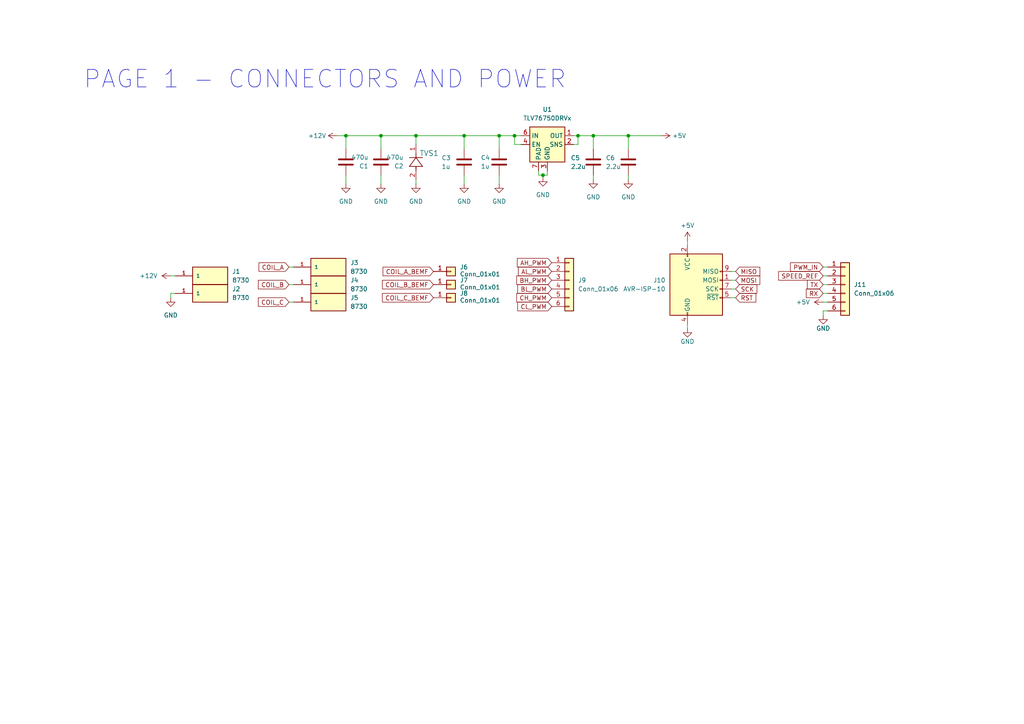
<source format=kicad_sch>
(kicad_sch
	(version 20231120)
	(generator "eeschema")
	(generator_version "8.0")
	(uuid "9b5400b8-e009-4f93-88ed-ef2ffdf93ec3")
	(paper "A4")
	(lib_symbols
		(symbol "8730:8730"
			(pin_names
				(offset 1.016)
			)
			(exclude_from_sim no)
			(in_bom yes)
			(on_board yes)
			(property "Reference" "J"
				(at -5.08 3.302 0)
				(effects
					(font
						(size 1.27 1.27)
					)
					(justify left bottom)
				)
			)
			(property "Value" "8730"
				(at -5.08 -5.08 0)
				(effects
					(font
						(size 1.27 1.27)
					)
					(justify left bottom)
				)
			)
			(property "Footprint" "8730:KEYSTONE_8730"
				(at 0 0 0)
				(effects
					(font
						(size 1.27 1.27)
					)
					(justify bottom)
					(hide yes)
				)
			)
			(property "Datasheet" ""
				(at 0 0 0)
				(effects
					(font
						(size 1.27 1.27)
					)
					(hide yes)
				)
			)
			(property "Description" ""
				(at 0 0 0)
				(effects
					(font
						(size 1.27 1.27)
					)
					(hide yes)
				)
			)
			(property "PARTREV" "C"
				(at 0 0 0)
				(effects
					(font
						(size 1.27 1.27)
					)
					(justify bottom)
					(hide yes)
				)
			)
			(property "SNAPEDA_PN" "8730"
				(at 0 0 0)
				(effects
					(font
						(size 1.27 1.27)
					)
					(justify bottom)
					(hide yes)
				)
			)
			(property "STANDARD" "Manufacturer Recommendations"
				(at 0 0 0)
				(effects
					(font
						(size 1.27 1.27)
					)
					(justify bottom)
					(hide yes)
				)
			)
			(property "MAXIMUM_PACKAGE_HEIGHT" "6.25 mm"
				(at 0 0 0)
				(effects
					(font
						(size 1.27 1.27)
					)
					(justify bottom)
					(hide yes)
				)
			)
			(property "MANUFACTURER" "Keystone"
				(at 0 0 0)
				(effects
					(font
						(size 1.27 1.27)
					)
					(justify bottom)
					(hide yes)
				)
			)
			(symbol "8730_0_0"
				(rectangle
					(start -5.08 -2.54)
					(end 5.08 2.54)
					(stroke
						(width 0.254)
						(type default)
					)
					(fill
						(type background)
					)
				)
				(pin passive line
					(at -10.16 0 0)
					(length 5.08)
					(name "1"
						(effects
							(font
								(size 1.016 1.016)
							)
						)
					)
					(number "1"
						(effects
							(font
								(size 1.016 1.016)
							)
						)
					)
				)
			)
		)
		(symbol "Connector:AVR-ISP-10"
			(pin_names
				(offset 1.016)
			)
			(exclude_from_sim no)
			(in_bom yes)
			(on_board yes)
			(property "Reference" "J"
				(at -6.35 11.43 0)
				(effects
					(font
						(size 1.27 1.27)
					)
					(justify left)
				)
			)
			(property "Value" "AVR-ISP-10"
				(at 0 11.43 0)
				(effects
					(font
						(size 1.27 1.27)
					)
					(justify left)
				)
			)
			(property "Footprint" ""
				(at -6.35 1.27 90)
				(effects
					(font
						(size 1.27 1.27)
					)
					(hide yes)
				)
			)
			(property "Datasheet" " ~"
				(at -32.385 -13.97 0)
				(effects
					(font
						(size 1.27 1.27)
					)
					(hide yes)
				)
			)
			(property "Description" "Atmel 10-pin ISP connector"
				(at 0 0 0)
				(effects
					(font
						(size 1.27 1.27)
					)
					(hide yes)
				)
			)
			(property "ki_keywords" "AVR ISP Connector"
				(at 0 0 0)
				(effects
					(font
						(size 1.27 1.27)
					)
					(hide yes)
				)
			)
			(property "ki_fp_filters" "IDC?Header*2x05* Pin?Header*2x05*"
				(at 0 0 0)
				(effects
					(font
						(size 1.27 1.27)
					)
					(hide yes)
				)
			)
			(symbol "AVR-ISP-10_0_1"
				(rectangle
					(start -2.667 -6.858)
					(end -2.413 -7.62)
					(stroke
						(width 0)
						(type default)
					)
					(fill
						(type none)
					)
				)
				(rectangle
					(start -2.667 10.16)
					(end -2.413 9.398)
					(stroke
						(width 0)
						(type default)
					)
					(fill
						(type none)
					)
				)
				(rectangle
					(start 7.62 -2.413)
					(end 6.858 -2.667)
					(stroke
						(width 0)
						(type default)
					)
					(fill
						(type none)
					)
				)
				(rectangle
					(start 7.62 0.127)
					(end 6.858 -0.127)
					(stroke
						(width 0)
						(type default)
					)
					(fill
						(type none)
					)
				)
				(rectangle
					(start 7.62 2.667)
					(end 6.858 2.413)
					(stroke
						(width 0)
						(type default)
					)
					(fill
						(type none)
					)
				)
				(rectangle
					(start 7.62 5.207)
					(end 6.858 4.953)
					(stroke
						(width 0)
						(type default)
					)
					(fill
						(type none)
					)
				)
				(rectangle
					(start 7.62 10.16)
					(end -7.62 -7.62)
					(stroke
						(width 0.254)
						(type default)
					)
					(fill
						(type background)
					)
				)
			)
			(symbol "AVR-ISP-10_1_1"
				(pin passive line
					(at 10.16 2.54 180)
					(length 2.54)
					(name "MOSI"
						(effects
							(font
								(size 1.27 1.27)
							)
						)
					)
					(number "1"
						(effects
							(font
								(size 1.27 1.27)
							)
						)
					)
				)
				(pin passive line
					(at -2.54 -10.16 90)
					(length 2.54) hide
					(name "GND"
						(effects
							(font
								(size 1.27 1.27)
							)
						)
					)
					(number "10"
						(effects
							(font
								(size 1.27 1.27)
							)
						)
					)
				)
				(pin passive line
					(at -2.54 12.7 270)
					(length 2.54)
					(name "VCC"
						(effects
							(font
								(size 1.27 1.27)
							)
						)
					)
					(number "2"
						(effects
							(font
								(size 1.27 1.27)
							)
						)
					)
				)
				(pin no_connect line
					(at 7.62 -5.08 180)
					(length 2.54) hide
					(name "NC"
						(effects
							(font
								(size 1.27 1.27)
							)
						)
					)
					(number "3"
						(effects
							(font
								(size 1.27 1.27)
							)
						)
					)
				)
				(pin passive line
					(at -2.54 -10.16 90)
					(length 2.54)
					(name "GND"
						(effects
							(font
								(size 1.27 1.27)
							)
						)
					)
					(number "4"
						(effects
							(font
								(size 1.27 1.27)
							)
						)
					)
				)
				(pin passive line
					(at 10.16 -2.54 180)
					(length 2.54)
					(name "~{RST}"
						(effects
							(font
								(size 1.27 1.27)
							)
						)
					)
					(number "5"
						(effects
							(font
								(size 1.27 1.27)
							)
						)
					)
				)
				(pin passive line
					(at -2.54 -10.16 90)
					(length 2.54) hide
					(name "GND"
						(effects
							(font
								(size 1.27 1.27)
							)
						)
					)
					(number "6"
						(effects
							(font
								(size 1.27 1.27)
							)
						)
					)
				)
				(pin passive line
					(at 10.16 0 180)
					(length 2.54)
					(name "SCK"
						(effects
							(font
								(size 1.27 1.27)
							)
						)
					)
					(number "7"
						(effects
							(font
								(size 1.27 1.27)
							)
						)
					)
				)
				(pin passive line
					(at -2.54 -10.16 90)
					(length 2.54) hide
					(name "GND"
						(effects
							(font
								(size 1.27 1.27)
							)
						)
					)
					(number "8"
						(effects
							(font
								(size 1.27 1.27)
							)
						)
					)
				)
				(pin passive line
					(at 10.16 5.08 180)
					(length 2.54)
					(name "MISO"
						(effects
							(font
								(size 1.27 1.27)
							)
						)
					)
					(number "9"
						(effects
							(font
								(size 1.27 1.27)
							)
						)
					)
				)
			)
		)
		(symbol "Connector_Generic:Conn_01x01"
			(pin_names
				(offset 1.016) hide)
			(exclude_from_sim no)
			(in_bom yes)
			(on_board yes)
			(property "Reference" "J"
				(at 0 2.54 0)
				(effects
					(font
						(size 1.27 1.27)
					)
				)
			)
			(property "Value" "Conn_01x01"
				(at 0 -2.54 0)
				(effects
					(font
						(size 1.27 1.27)
					)
				)
			)
			(property "Footprint" ""
				(at 0 0 0)
				(effects
					(font
						(size 1.27 1.27)
					)
					(hide yes)
				)
			)
			(property "Datasheet" "~"
				(at 0 0 0)
				(effects
					(font
						(size 1.27 1.27)
					)
					(hide yes)
				)
			)
			(property "Description" "Generic connector, single row, 01x01, script generated (kicad-library-utils/schlib/autogen/connector/)"
				(at 0 0 0)
				(effects
					(font
						(size 1.27 1.27)
					)
					(hide yes)
				)
			)
			(property "ki_keywords" "connector"
				(at 0 0 0)
				(effects
					(font
						(size 1.27 1.27)
					)
					(hide yes)
				)
			)
			(property "ki_fp_filters" "Connector*:*_1x??_*"
				(at 0 0 0)
				(effects
					(font
						(size 1.27 1.27)
					)
					(hide yes)
				)
			)
			(symbol "Conn_01x01_1_1"
				(rectangle
					(start -1.27 0.127)
					(end 0 -0.127)
					(stroke
						(width 0.1524)
						(type default)
					)
					(fill
						(type none)
					)
				)
				(rectangle
					(start -1.27 1.27)
					(end 1.27 -1.27)
					(stroke
						(width 0.254)
						(type default)
					)
					(fill
						(type background)
					)
				)
				(pin passive line
					(at -5.08 0 0)
					(length 3.81)
					(name "Pin_1"
						(effects
							(font
								(size 1.27 1.27)
							)
						)
					)
					(number "1"
						(effects
							(font
								(size 1.27 1.27)
							)
						)
					)
				)
			)
		)
		(symbol "Connector_Generic:Conn_01x06"
			(pin_names
				(offset 1.016) hide)
			(exclude_from_sim no)
			(in_bom yes)
			(on_board yes)
			(property "Reference" "J"
				(at 0 7.62 0)
				(effects
					(font
						(size 1.27 1.27)
					)
				)
			)
			(property "Value" "Conn_01x06"
				(at 0 -10.16 0)
				(effects
					(font
						(size 1.27 1.27)
					)
				)
			)
			(property "Footprint" ""
				(at 0 0 0)
				(effects
					(font
						(size 1.27 1.27)
					)
					(hide yes)
				)
			)
			(property "Datasheet" "~"
				(at 0 0 0)
				(effects
					(font
						(size 1.27 1.27)
					)
					(hide yes)
				)
			)
			(property "Description" "Generic connector, single row, 01x06, script generated (kicad-library-utils/schlib/autogen/connector/)"
				(at 0 0 0)
				(effects
					(font
						(size 1.27 1.27)
					)
					(hide yes)
				)
			)
			(property "ki_keywords" "connector"
				(at 0 0 0)
				(effects
					(font
						(size 1.27 1.27)
					)
					(hide yes)
				)
			)
			(property "ki_fp_filters" "Connector*:*_1x??_*"
				(at 0 0 0)
				(effects
					(font
						(size 1.27 1.27)
					)
					(hide yes)
				)
			)
			(symbol "Conn_01x06_1_1"
				(rectangle
					(start -1.27 -7.493)
					(end 0 -7.747)
					(stroke
						(width 0.1524)
						(type default)
					)
					(fill
						(type none)
					)
				)
				(rectangle
					(start -1.27 -4.953)
					(end 0 -5.207)
					(stroke
						(width 0.1524)
						(type default)
					)
					(fill
						(type none)
					)
				)
				(rectangle
					(start -1.27 -2.413)
					(end 0 -2.667)
					(stroke
						(width 0.1524)
						(type default)
					)
					(fill
						(type none)
					)
				)
				(rectangle
					(start -1.27 0.127)
					(end 0 -0.127)
					(stroke
						(width 0.1524)
						(type default)
					)
					(fill
						(type none)
					)
				)
				(rectangle
					(start -1.27 2.667)
					(end 0 2.413)
					(stroke
						(width 0.1524)
						(type default)
					)
					(fill
						(type none)
					)
				)
				(rectangle
					(start -1.27 5.207)
					(end 0 4.953)
					(stroke
						(width 0.1524)
						(type default)
					)
					(fill
						(type none)
					)
				)
				(rectangle
					(start -1.27 6.35)
					(end 1.27 -8.89)
					(stroke
						(width 0.254)
						(type default)
					)
					(fill
						(type background)
					)
				)
				(pin passive line
					(at -5.08 5.08 0)
					(length 3.81)
					(name "Pin_1"
						(effects
							(font
								(size 1.27 1.27)
							)
						)
					)
					(number "1"
						(effects
							(font
								(size 1.27 1.27)
							)
						)
					)
				)
				(pin passive line
					(at -5.08 2.54 0)
					(length 3.81)
					(name "Pin_2"
						(effects
							(font
								(size 1.27 1.27)
							)
						)
					)
					(number "2"
						(effects
							(font
								(size 1.27 1.27)
							)
						)
					)
				)
				(pin passive line
					(at -5.08 0 0)
					(length 3.81)
					(name "Pin_3"
						(effects
							(font
								(size 1.27 1.27)
							)
						)
					)
					(number "3"
						(effects
							(font
								(size 1.27 1.27)
							)
						)
					)
				)
				(pin passive line
					(at -5.08 -2.54 0)
					(length 3.81)
					(name "Pin_4"
						(effects
							(font
								(size 1.27 1.27)
							)
						)
					)
					(number "4"
						(effects
							(font
								(size 1.27 1.27)
							)
						)
					)
				)
				(pin passive line
					(at -5.08 -5.08 0)
					(length 3.81)
					(name "Pin_5"
						(effects
							(font
								(size 1.27 1.27)
							)
						)
					)
					(number "5"
						(effects
							(font
								(size 1.27 1.27)
							)
						)
					)
				)
				(pin passive line
					(at -5.08 -7.62 0)
					(length 3.81)
					(name "Pin_6"
						(effects
							(font
								(size 1.27 1.27)
							)
						)
					)
					(number "6"
						(effects
							(font
								(size 1.27 1.27)
							)
						)
					)
				)
			)
		)
		(symbol "Device:C"
			(pin_numbers hide)
			(pin_names
				(offset 0.254)
			)
			(exclude_from_sim no)
			(in_bom yes)
			(on_board yes)
			(property "Reference" "C"
				(at 0.635 2.54 0)
				(effects
					(font
						(size 1.27 1.27)
					)
					(justify left)
				)
			)
			(property "Value" "C"
				(at 0.635 -2.54 0)
				(effects
					(font
						(size 1.27 1.27)
					)
					(justify left)
				)
			)
			(property "Footprint" ""
				(at 0.9652 -3.81 0)
				(effects
					(font
						(size 1.27 1.27)
					)
					(hide yes)
				)
			)
			(property "Datasheet" "~"
				(at 0 0 0)
				(effects
					(font
						(size 1.27 1.27)
					)
					(hide yes)
				)
			)
			(property "Description" "Unpolarized capacitor"
				(at 0 0 0)
				(effects
					(font
						(size 1.27 1.27)
					)
					(hide yes)
				)
			)
			(property "ki_keywords" "cap capacitor"
				(at 0 0 0)
				(effects
					(font
						(size 1.27 1.27)
					)
					(hide yes)
				)
			)
			(property "ki_fp_filters" "C_*"
				(at 0 0 0)
				(effects
					(font
						(size 1.27 1.27)
					)
					(hide yes)
				)
			)
			(symbol "C_0_1"
				(polyline
					(pts
						(xy -2.032 -0.762) (xy 2.032 -0.762)
					)
					(stroke
						(width 0.508)
						(type default)
					)
					(fill
						(type none)
					)
				)
				(polyline
					(pts
						(xy -2.032 0.762) (xy 2.032 0.762)
					)
					(stroke
						(width 0.508)
						(type default)
					)
					(fill
						(type none)
					)
				)
			)
			(symbol "C_1_1"
				(pin passive line
					(at 0 3.81 270)
					(length 2.794)
					(name "~"
						(effects
							(font
								(size 1.27 1.27)
							)
						)
					)
					(number "1"
						(effects
							(font
								(size 1.27 1.27)
							)
						)
					)
				)
				(pin passive line
					(at 0 -3.81 90)
					(length 2.794)
					(name "~"
						(effects
							(font
								(size 1.27 1.27)
							)
						)
					)
					(number "2"
						(effects
							(font
								(size 1.27 1.27)
							)
						)
					)
				)
			)
		)
		(symbol "PTVS12VS1UTR-115:PTVS12VS1UTR_115"
			(pin_names
				(offset 0.254)
			)
			(exclude_from_sim no)
			(in_bom yes)
			(on_board yes)
			(property "Reference" "CR"
				(at 5.08 4.445 0)
				(effects
					(font
						(size 1.524 1.524)
					)
				)
			)
			(property "Value" "PTVS12VS1UTR_115"
				(at 5.08 -3.81 0)
				(effects
					(font
						(size 1.524 1.524)
					)
				)
			)
			(property "Footprint" "CR_1UTR_115_NEX"
				(at 0 0 0)
				(effects
					(font
						(size 1.27 1.27)
						(italic yes)
					)
					(hide yes)
				)
			)
			(property "Datasheet" "PTVS12VS1UTR_115"
				(at 0 0 0)
				(effects
					(font
						(size 1.27 1.27)
						(italic yes)
					)
					(hide yes)
				)
			)
			(property "Description" ""
				(at 0 0 0)
				(effects
					(font
						(size 1.27 1.27)
					)
					(hide yes)
				)
			)
			(property "ki_locked" ""
				(at 0 0 0)
				(effects
					(font
						(size 1.27 1.27)
					)
				)
			)
			(property "ki_keywords" "PTVS12VS1UTR,115"
				(at 0 0 0)
				(effects
					(font
						(size 1.27 1.27)
					)
					(hide yes)
				)
			)
			(property "ki_fp_filters" "CR_1UTR_115_NEX CR_1UTR_115_NEX-M CR_1UTR_115_NEX-L"
				(at 0 0 0)
				(effects
					(font
						(size 1.27 1.27)
					)
					(hide yes)
				)
			)
			(symbol "PTVS12VS1UTR_115_0_1"
				(polyline
					(pts
						(xy 2.54 0) (xy 3.4798 0)
					)
					(stroke
						(width 0.2032)
						(type default)
					)
					(fill
						(type none)
					)
				)
				(polyline
					(pts
						(xy 3.175 0) (xy 3.81 0)
					)
					(stroke
						(width 0.2032)
						(type default)
					)
					(fill
						(type none)
					)
				)
				(polyline
					(pts
						(xy 3.81 -1.905) (xy 6.35 0)
					)
					(stroke
						(width 0.2032)
						(type default)
					)
					(fill
						(type none)
					)
				)
				(polyline
					(pts
						(xy 3.81 1.905) (xy 3.81 -1.905)
					)
					(stroke
						(width 0.2032)
						(type default)
					)
					(fill
						(type none)
					)
				)
				(polyline
					(pts
						(xy 6.35 -1.905) (xy 6.35 1.905)
					)
					(stroke
						(width 0.2032)
						(type default)
					)
					(fill
						(type none)
					)
				)
				(polyline
					(pts
						(xy 6.35 0) (xy 3.81 1.905)
					)
					(stroke
						(width 0.2032)
						(type default)
					)
					(fill
						(type none)
					)
				)
				(polyline
					(pts
						(xy 6.35 0) (xy 7.62 0)
					)
					(stroke
						(width 0.2032)
						(type default)
					)
					(fill
						(type none)
					)
				)
				(pin unspecified line
					(at 10.16 0 180)
					(length 2.54)
					(name ""
						(effects
							(font
								(size 1.27 1.27)
							)
						)
					)
					(number "1"
						(effects
							(font
								(size 1.27 1.27)
							)
						)
					)
				)
				(pin unspecified line
					(at 0 0 0)
					(length 2.54)
					(name ""
						(effects
							(font
								(size 1.27 1.27)
							)
						)
					)
					(number "2"
						(effects
							(font
								(size 1.27 1.27)
							)
						)
					)
				)
			)
		)
		(symbol "Regulator_Linear:TLV76750DRVx"
			(exclude_from_sim no)
			(in_bom yes)
			(on_board yes)
			(property "Reference" "U"
				(at 0 8.89 0)
				(effects
					(font
						(size 1.27 1.27)
					)
				)
			)
			(property "Value" "TLV76750DRVx"
				(at 0 6.35 0)
				(effects
					(font
						(size 1.27 1.27)
					)
				)
			)
			(property "Footprint" "Package_SON:WSON-6-1EP_2x2mm_P0.65mm_EP1x1.6mm_ThermalVias"
				(at 0 11.43 0)
				(effects
					(font
						(size 1.27 1.27)
					)
					(hide yes)
				)
			)
			(property "Datasheet" "www.ti.com/lit/gpn/TLV767"
				(at -1.27 0 0)
				(effects
					(font
						(size 1.27 1.27)
					)
					(hide yes)
				)
			)
			(property "Description" "1A, 16V Precision Linear Voltage Regulator, with enable pin, Fixed Output 5.0V, WSON-6"
				(at 0 0 0)
				(effects
					(font
						(size 1.27 1.27)
					)
					(hide yes)
				)
			)
			(property "ki_keywords" "1A, 16V Precision Linear Voltage Regulator"
				(at 0 0 0)
				(effects
					(font
						(size 1.27 1.27)
					)
					(hide yes)
				)
			)
			(property "ki_fp_filters" "WSON*1EP*2x2mm*P0.65*"
				(at 0 0 0)
				(effects
					(font
						(size 1.27 1.27)
					)
					(hide yes)
				)
			)
			(symbol "TLV76750DRVx_0_1"
				(rectangle
					(start -5.08 -5.08)
					(end 5.08 5.08)
					(stroke
						(width 0.254)
						(type default)
					)
					(fill
						(type background)
					)
				)
			)
			(symbol "TLV76750DRVx_1_1"
				(pin power_out line
					(at 7.62 2.54 180)
					(length 2.54)
					(name "OUT"
						(effects
							(font
								(size 1.27 1.27)
							)
						)
					)
					(number "1"
						(effects
							(font
								(size 1.27 1.27)
							)
						)
					)
				)
				(pin input line
					(at 7.62 0 180)
					(length 2.54)
					(name "SNS"
						(effects
							(font
								(size 1.27 1.27)
							)
						)
					)
					(number "2"
						(effects
							(font
								(size 1.27 1.27)
							)
						)
					)
				)
				(pin power_in line
					(at 0 -7.62 90)
					(length 2.54)
					(name "GND"
						(effects
							(font
								(size 1.27 1.27)
							)
						)
					)
					(number "3"
						(effects
							(font
								(size 1.27 1.27)
							)
						)
					)
				)
				(pin input line
					(at -7.62 0 0)
					(length 2.54)
					(name "EN"
						(effects
							(font
								(size 1.27 1.27)
							)
						)
					)
					(number "4"
						(effects
							(font
								(size 1.27 1.27)
							)
						)
					)
				)
				(pin passive line
					(at 0 -7.62 90)
					(length 2.54) hide
					(name "GND"
						(effects
							(font
								(size 1.27 1.27)
							)
						)
					)
					(number "5"
						(effects
							(font
								(size 1.27 1.27)
							)
						)
					)
				)
				(pin power_in line
					(at -7.62 2.54 0)
					(length 2.54)
					(name "IN"
						(effects
							(font
								(size 1.27 1.27)
							)
						)
					)
					(number "6"
						(effects
							(font
								(size 1.27 1.27)
							)
						)
					)
				)
				(pin passive line
					(at -2.54 -7.62 90)
					(length 2.54)
					(name "PAD"
						(effects
							(font
								(size 1.27 1.27)
							)
						)
					)
					(number "7"
						(effects
							(font
								(size 1.27 1.27)
							)
						)
					)
				)
			)
		)
		(symbol "power:+12V"
			(power)
			(pin_names
				(offset 0)
			)
			(exclude_from_sim no)
			(in_bom yes)
			(on_board yes)
			(property "Reference" "#PWR"
				(at 0 -3.81 0)
				(effects
					(font
						(size 1.27 1.27)
					)
					(hide yes)
				)
			)
			(property "Value" "+12V"
				(at 0 3.556 0)
				(effects
					(font
						(size 1.27 1.27)
					)
				)
			)
			(property "Footprint" ""
				(at 0 0 0)
				(effects
					(font
						(size 1.27 1.27)
					)
					(hide yes)
				)
			)
			(property "Datasheet" ""
				(at 0 0 0)
				(effects
					(font
						(size 1.27 1.27)
					)
					(hide yes)
				)
			)
			(property "Description" "Power symbol creates a global label with name \"+12V\""
				(at 0 0 0)
				(effects
					(font
						(size 1.27 1.27)
					)
					(hide yes)
				)
			)
			(property "ki_keywords" "global power"
				(at 0 0 0)
				(effects
					(font
						(size 1.27 1.27)
					)
					(hide yes)
				)
			)
			(symbol "+12V_0_1"
				(polyline
					(pts
						(xy -0.762 1.27) (xy 0 2.54)
					)
					(stroke
						(width 0)
						(type default)
					)
					(fill
						(type none)
					)
				)
				(polyline
					(pts
						(xy 0 0) (xy 0 2.54)
					)
					(stroke
						(width 0)
						(type default)
					)
					(fill
						(type none)
					)
				)
				(polyline
					(pts
						(xy 0 2.54) (xy 0.762 1.27)
					)
					(stroke
						(width 0)
						(type default)
					)
					(fill
						(type none)
					)
				)
			)
			(symbol "+12V_1_1"
				(pin power_in line
					(at 0 0 90)
					(length 0) hide
					(name "+12V"
						(effects
							(font
								(size 1.27 1.27)
							)
						)
					)
					(number "1"
						(effects
							(font
								(size 1.27 1.27)
							)
						)
					)
				)
			)
		)
		(symbol "power:+5V"
			(power)
			(pin_names
				(offset 0)
			)
			(exclude_from_sim no)
			(in_bom yes)
			(on_board yes)
			(property "Reference" "#PWR"
				(at 0 -3.81 0)
				(effects
					(font
						(size 1.27 1.27)
					)
					(hide yes)
				)
			)
			(property "Value" "+5V"
				(at 0 3.556 0)
				(effects
					(font
						(size 1.27 1.27)
					)
				)
			)
			(property "Footprint" ""
				(at 0 0 0)
				(effects
					(font
						(size 1.27 1.27)
					)
					(hide yes)
				)
			)
			(property "Datasheet" ""
				(at 0 0 0)
				(effects
					(font
						(size 1.27 1.27)
					)
					(hide yes)
				)
			)
			(property "Description" "Power symbol creates a global label with name \"+5V\""
				(at 0 0 0)
				(effects
					(font
						(size 1.27 1.27)
					)
					(hide yes)
				)
			)
			(property "ki_keywords" "global power"
				(at 0 0 0)
				(effects
					(font
						(size 1.27 1.27)
					)
					(hide yes)
				)
			)
			(symbol "+5V_0_1"
				(polyline
					(pts
						(xy -0.762 1.27) (xy 0 2.54)
					)
					(stroke
						(width 0)
						(type default)
					)
					(fill
						(type none)
					)
				)
				(polyline
					(pts
						(xy 0 0) (xy 0 2.54)
					)
					(stroke
						(width 0)
						(type default)
					)
					(fill
						(type none)
					)
				)
				(polyline
					(pts
						(xy 0 2.54) (xy 0.762 1.27)
					)
					(stroke
						(width 0)
						(type default)
					)
					(fill
						(type none)
					)
				)
			)
			(symbol "+5V_1_1"
				(pin power_in line
					(at 0 0 90)
					(length 0) hide
					(name "+5V"
						(effects
							(font
								(size 1.27 1.27)
							)
						)
					)
					(number "1"
						(effects
							(font
								(size 1.27 1.27)
							)
						)
					)
				)
			)
		)
		(symbol "power:GND"
			(power)
			(pin_names
				(offset 0)
			)
			(exclude_from_sim no)
			(in_bom yes)
			(on_board yes)
			(property "Reference" "#PWR"
				(at 0 -6.35 0)
				(effects
					(font
						(size 1.27 1.27)
					)
					(hide yes)
				)
			)
			(property "Value" "GND"
				(at 0 -3.81 0)
				(effects
					(font
						(size 1.27 1.27)
					)
				)
			)
			(property "Footprint" ""
				(at 0 0 0)
				(effects
					(font
						(size 1.27 1.27)
					)
					(hide yes)
				)
			)
			(property "Datasheet" ""
				(at 0 0 0)
				(effects
					(font
						(size 1.27 1.27)
					)
					(hide yes)
				)
			)
			(property "Description" "Power symbol creates a global label with name \"GND\" , ground"
				(at 0 0 0)
				(effects
					(font
						(size 1.27 1.27)
					)
					(hide yes)
				)
			)
			(property "ki_keywords" "global power"
				(at 0 0 0)
				(effects
					(font
						(size 1.27 1.27)
					)
					(hide yes)
				)
			)
			(symbol "GND_0_1"
				(polyline
					(pts
						(xy 0 0) (xy 0 -1.27) (xy 1.27 -1.27) (xy 0 -2.54) (xy -1.27 -1.27) (xy 0 -1.27)
					)
					(stroke
						(width 0)
						(type default)
					)
					(fill
						(type none)
					)
				)
			)
			(symbol "GND_1_1"
				(pin power_in line
					(at 0 0 270)
					(length 0) hide
					(name "GND"
						(effects
							(font
								(size 1.27 1.27)
							)
						)
					)
					(number "1"
						(effects
							(font
								(size 1.27 1.27)
							)
						)
					)
				)
			)
		)
	)
	(junction
		(at 110.49 39.37)
		(diameter 0)
		(color 0 0 0 0)
		(uuid "0938479f-c198-47f0-b490-8666a01a1c29")
	)
	(junction
		(at 182.245 39.37)
		(diameter 0)
		(color 0 0 0 0)
		(uuid "0ca2c4c0-65d4-4f74-8bb1-ae953b4dd7a0")
	)
	(junction
		(at 172.085 39.37)
		(diameter 0)
		(color 0 0 0 0)
		(uuid "1ad70c1a-8a0f-4520-9cf4-444ca8a6fcf1")
	)
	(junction
		(at 134.62 39.37)
		(diameter 0)
		(color 0 0 0 0)
		(uuid "3844ef82-5c8a-4a77-8cd3-0a5e80d32416")
	)
	(junction
		(at 100.33 39.37)
		(diameter 0)
		(color 0 0 0 0)
		(uuid "4d76cf7c-cb5b-4bf8-b63a-2a9a859b191b")
	)
	(junction
		(at 144.78 39.37)
		(diameter 0)
		(color 0 0 0 0)
		(uuid "5f401990-7f27-4557-a0b7-781221a2661c")
	)
	(junction
		(at 120.65 39.37)
		(diameter 0)
		(color 0 0 0 0)
		(uuid "8d215d0f-f475-4a73-a141-8041b03af2fc")
	)
	(junction
		(at 167.64 39.37)
		(diameter 0)
		(color 0 0 0 0)
		(uuid "ca490931-8ebd-46c5-9cf7-0fa330aa125e")
	)
	(junction
		(at 157.48 50.8)
		(diameter 0)
		(color 0 0 0 0)
		(uuid "cdfaeea6-0097-4be7-a4c9-2134083b161a")
	)
	(junction
		(at 149.225 39.37)
		(diameter 0)
		(color 0 0 0 0)
		(uuid "da432a8d-1368-42e0-8ea9-1231bd3151ca")
	)
	(wire
		(pts
			(xy 149.225 39.37) (xy 149.225 41.91)
		)
		(stroke
			(width 0)
			(type default)
		)
		(uuid "002bffd6-aec9-4e29-a1ff-c5a2bfdd9b5b")
	)
	(wire
		(pts
			(xy 167.64 39.37) (xy 172.085 39.37)
		)
		(stroke
			(width 0)
			(type default)
		)
		(uuid "00669943-9e55-4253-a99f-96f34c74ad0d")
	)
	(wire
		(pts
			(xy 134.62 50.8) (xy 134.62 53.34)
		)
		(stroke
			(width 0)
			(type default)
		)
		(uuid "101946f8-e138-40d2-b61e-0472b4fc1878")
	)
	(wire
		(pts
			(xy 110.49 39.37) (xy 120.65 39.37)
		)
		(stroke
			(width 0)
			(type default)
		)
		(uuid "10d29e77-8e8c-4719-a645-68df0a271e77")
	)
	(wire
		(pts
			(xy 134.62 39.37) (xy 144.78 39.37)
		)
		(stroke
			(width 0)
			(type default)
		)
		(uuid "114bbdf5-14cb-4839-bd5d-e40293618561")
	)
	(wire
		(pts
			(xy 238.76 77.47) (xy 240.03 77.47)
		)
		(stroke
			(width 0)
			(type default)
		)
		(uuid "125c6c15-284b-4d98-87df-3713f11ac0ec")
	)
	(wire
		(pts
			(xy 49.53 80.01) (xy 50.8 80.01)
		)
		(stroke
			(width 0)
			(type default)
		)
		(uuid "1a7a96d6-149a-44b3-8629-fb68bce2f52d")
	)
	(wire
		(pts
			(xy 144.78 50.8) (xy 144.78 53.34)
		)
		(stroke
			(width 0)
			(type default)
		)
		(uuid "326c90e6-71d7-4087-aa16-48cb3ea89d24")
	)
	(wire
		(pts
			(xy 182.245 39.37) (xy 191.77 39.37)
		)
		(stroke
			(width 0)
			(type default)
		)
		(uuid "34d237c7-0045-4c9c-9e39-d146d0871a19")
	)
	(wire
		(pts
			(xy 134.62 39.37) (xy 134.62 43.18)
		)
		(stroke
			(width 0)
			(type default)
		)
		(uuid "35d767cc-3322-47d3-9f51-57ed160496f4")
	)
	(wire
		(pts
			(xy 149.225 41.91) (xy 151.13 41.91)
		)
		(stroke
			(width 0)
			(type default)
		)
		(uuid "38a810e3-9b0e-4b0b-95c1-255fb1471f9e")
	)
	(wire
		(pts
			(xy 172.085 39.37) (xy 172.085 43.18)
		)
		(stroke
			(width 0)
			(type default)
		)
		(uuid "3ce82978-1a52-43e0-b6ef-426c4c9af2a8")
	)
	(wire
		(pts
			(xy 97.79 39.37) (xy 100.33 39.37)
		)
		(stroke
			(width 0)
			(type default)
		)
		(uuid "3dfb53b1-198e-472f-a737-619510cc16a7")
	)
	(wire
		(pts
			(xy 212.09 83.82) (xy 213.36 83.82)
		)
		(stroke
			(width 0)
			(type default)
		)
		(uuid "4c77cbd7-769b-47fa-8b16-971c39849893")
	)
	(wire
		(pts
			(xy 172.085 50.8) (xy 172.085 52.07)
		)
		(stroke
			(width 0)
			(type default)
		)
		(uuid "4d0a8f62-029f-4f27-8774-27dfa0781bad")
	)
	(wire
		(pts
			(xy 49.53 85.09) (xy 50.8 85.09)
		)
		(stroke
			(width 0)
			(type default)
		)
		(uuid "4faff398-243e-44dd-acde-fd0dfe848685")
	)
	(wire
		(pts
			(xy 156.21 49.53) (xy 156.21 50.8)
		)
		(stroke
			(width 0)
			(type default)
		)
		(uuid "710750d5-59fd-4d8f-999d-fb4aafa4dc06")
	)
	(wire
		(pts
			(xy 100.33 39.37) (xy 100.33 43.18)
		)
		(stroke
			(width 0)
			(type default)
		)
		(uuid "7f9cb15a-6ac5-4f34-b911-997d7d7001d0")
	)
	(wire
		(pts
			(xy 144.78 39.37) (xy 149.225 39.37)
		)
		(stroke
			(width 0)
			(type default)
		)
		(uuid "7ffbc650-9ca3-4da7-b65c-2dfb3ce703e9")
	)
	(wire
		(pts
			(xy 120.65 39.37) (xy 120.65 41.91)
		)
		(stroke
			(width 0)
			(type default)
		)
		(uuid "80459b00-9dbf-4b17-ad5a-9c964d7e83f2")
	)
	(wire
		(pts
			(xy 100.33 50.8) (xy 100.33 53.34)
		)
		(stroke
			(width 0)
			(type default)
		)
		(uuid "820ad8fd-9735-4e7c-b151-613809eef92d")
	)
	(wire
		(pts
			(xy 156.21 50.8) (xy 157.48 50.8)
		)
		(stroke
			(width 0)
			(type default)
		)
		(uuid "85a0ba7b-84b3-4120-9f7f-39a7f4924101")
	)
	(wire
		(pts
			(xy 182.245 39.37) (xy 182.245 43.18)
		)
		(stroke
			(width 0)
			(type default)
		)
		(uuid "8b1b36e0-e4d7-486f-910d-d65f95e79833")
	)
	(wire
		(pts
			(xy 212.09 81.28) (xy 213.36 81.28)
		)
		(stroke
			(width 0)
			(type default)
		)
		(uuid "8b1c5fd8-2aee-41c6-9d6d-4685c1ad6f2d")
	)
	(wire
		(pts
			(xy 212.09 86.36) (xy 213.36 86.36)
		)
		(stroke
			(width 0)
			(type default)
		)
		(uuid "90d18339-a6de-4444-bcd2-fa6a29d17d33")
	)
	(wire
		(pts
			(xy 199.39 95.25) (xy 199.39 93.98)
		)
		(stroke
			(width 0)
			(type default)
		)
		(uuid "91448f91-a348-4286-a039-9e1de761038f")
	)
	(wire
		(pts
			(xy 49.53 86.36) (xy 49.53 85.09)
		)
		(stroke
			(width 0)
			(type default)
		)
		(uuid "a0226d49-ec6d-430c-8839-14671e945d28")
	)
	(wire
		(pts
			(xy 167.64 41.91) (xy 167.64 39.37)
		)
		(stroke
			(width 0)
			(type default)
		)
		(uuid "a1e2fc41-3edf-46ea-8b97-0a5952006f57")
	)
	(wire
		(pts
			(xy 182.245 50.8) (xy 182.245 52.07)
		)
		(stroke
			(width 0)
			(type default)
		)
		(uuid "a2c03385-72a5-4cb9-a5e5-17b9da0391ae")
	)
	(wire
		(pts
			(xy 158.75 49.53) (xy 158.75 50.8)
		)
		(stroke
			(width 0)
			(type default)
		)
		(uuid "a7b41ffa-e2db-4ce5-b9f4-4de10eebd74a")
	)
	(wire
		(pts
			(xy 83.82 87.63) (xy 85.09 87.63)
		)
		(stroke
			(width 0)
			(type default)
		)
		(uuid "a9eed590-c296-45c1-b74b-aff073e8d492")
	)
	(wire
		(pts
			(xy 144.78 39.37) (xy 144.78 43.18)
		)
		(stroke
			(width 0)
			(type default)
		)
		(uuid "ac4217cd-05a8-494d-ab10-8060e693099a")
	)
	(wire
		(pts
			(xy 149.225 39.37) (xy 151.13 39.37)
		)
		(stroke
			(width 0)
			(type default)
		)
		(uuid "accb2c4b-69e9-47a7-8cb4-c3b5750c53b0")
	)
	(wire
		(pts
			(xy 166.37 41.91) (xy 167.64 41.91)
		)
		(stroke
			(width 0)
			(type default)
		)
		(uuid "b19a71c1-fdcd-4e01-9e13-94115ae61b61")
	)
	(wire
		(pts
			(xy 83.82 82.55) (xy 85.09 82.55)
		)
		(stroke
			(width 0)
			(type default)
		)
		(uuid "b60765bc-d5c3-463b-87d2-f350ddb9e208")
	)
	(wire
		(pts
			(xy 238.76 87.63) (xy 240.03 87.63)
		)
		(stroke
			(width 0)
			(type default)
		)
		(uuid "b7e45eb0-78f2-41c7-bc9a-1a5be178f9d8")
	)
	(wire
		(pts
			(xy 110.49 50.8) (xy 110.49 53.34)
		)
		(stroke
			(width 0)
			(type default)
		)
		(uuid "bbb7346d-a6f3-4994-8f4c-47fbaccf06f1")
	)
	(wire
		(pts
			(xy 238.76 90.17) (xy 240.03 90.17)
		)
		(stroke
			(width 0)
			(type default)
		)
		(uuid "bd5c98d9-bcf3-4280-a30d-57062bd4c0aa")
	)
	(wire
		(pts
			(xy 240.03 85.09) (xy 238.76 85.09)
		)
		(stroke
			(width 0)
			(type default)
		)
		(uuid "bd5e3ea6-9bda-431c-9112-107d55063549")
	)
	(wire
		(pts
			(xy 240.03 82.55) (xy 238.76 82.55)
		)
		(stroke
			(width 0)
			(type default)
		)
		(uuid "c1c8446e-d429-417e-b109-a487376a57ff")
	)
	(wire
		(pts
			(xy 238.76 91.44) (xy 238.76 90.17)
		)
		(stroke
			(width 0)
			(type default)
		)
		(uuid "c4c94ac0-1d8d-48b6-9674-0d81b52262bf")
	)
	(wire
		(pts
			(xy 110.49 43.18) (xy 110.49 39.37)
		)
		(stroke
			(width 0)
			(type default)
		)
		(uuid "c588596e-4ab7-44a1-949a-71b8e4c4013b")
	)
	(wire
		(pts
			(xy 83.82 77.47) (xy 85.09 77.47)
		)
		(stroke
			(width 0)
			(type default)
		)
		(uuid "ced385bd-e945-4b39-b9ea-e64cb837634b")
	)
	(wire
		(pts
			(xy 166.37 39.37) (xy 167.64 39.37)
		)
		(stroke
			(width 0)
			(type default)
		)
		(uuid "d574ab46-2eec-47c8-a5c5-09a4c32069a3")
	)
	(wire
		(pts
			(xy 212.09 78.74) (xy 213.36 78.74)
		)
		(stroke
			(width 0)
			(type default)
		)
		(uuid "d6959061-8459-4059-97dc-8ecd8c23ba32")
	)
	(wire
		(pts
			(xy 238.76 80.01) (xy 240.03 80.01)
		)
		(stroke
			(width 0)
			(type default)
		)
		(uuid "d79fc91e-dcb3-4652-bbd1-40a2c9537f2b")
	)
	(wire
		(pts
			(xy 157.48 50.8) (xy 157.48 51.435)
		)
		(stroke
			(width 0)
			(type default)
		)
		(uuid "dbecb10c-7bf5-4ed1-9271-186aaf211712")
	)
	(wire
		(pts
			(xy 172.085 39.37) (xy 182.245 39.37)
		)
		(stroke
			(width 0)
			(type default)
		)
		(uuid "e52693e2-1d78-4879-a29c-bcfd892958c3")
	)
	(wire
		(pts
			(xy 199.39 71.12) (xy 199.39 69.85)
		)
		(stroke
			(width 0)
			(type default)
		)
		(uuid "e8bfca3c-856c-47ae-8553-415d1ce73114")
	)
	(wire
		(pts
			(xy 157.48 50.8) (xy 158.75 50.8)
		)
		(stroke
			(width 0)
			(type default)
		)
		(uuid "e99794c5-71d1-4bca-8f80-1488d7dc2dc0")
	)
	(wire
		(pts
			(xy 100.33 39.37) (xy 110.49 39.37)
		)
		(stroke
			(width 0)
			(type default)
		)
		(uuid "ed5b2886-a808-4624-b2b0-ab349f4a8479")
	)
	(wire
		(pts
			(xy 120.65 39.37) (xy 134.62 39.37)
		)
		(stroke
			(width 0)
			(type default)
		)
		(uuid "f2113dc3-b2e7-491f-ba32-d13b1acc7dea")
	)
	(wire
		(pts
			(xy 120.65 52.07) (xy 120.65 53.34)
		)
		(stroke
			(width 0)
			(type default)
		)
		(uuid "f50c0cdc-ec3f-4a4b-9f7b-f3da93d02ff3")
	)
	(text "PAGE 1 - CONNECTORS AND POWER"
		(exclude_from_sim no)
		(at 24.13 23.114 0)
		(effects
			(font
				(size 5.08 5.08)
			)
			(justify left)
		)
		(uuid "11eac64e-43a6-4dbe-893c-0dc0cd3c0985")
	)
	(global_label "COIL_B"
		(shape input)
		(at 83.82 82.55 180)
		(fields_autoplaced yes)
		(effects
			(font
				(size 1.27 1.27)
			)
			(justify right)
		)
		(uuid "0fce3796-d49c-4ab6-9cf2-943adb63e6c4")
		(property "Intersheetrefs" "${INTERSHEET_REFS}"
			(at 74.3638 82.55 0)
			(effects
				(font
					(size 1.27 1.27)
				)
				(justify right)
				(hide yes)
			)
		)
	)
	(global_label "CH_PWM"
		(shape input)
		(at 160.02 86.36 180)
		(fields_autoplaced yes)
		(effects
			(font
				(size 1.27 1.27)
			)
			(justify right)
		)
		(uuid "17b6c9d7-9a78-4b1e-aa34-0d3576a096ff")
		(property "Intersheetrefs" "${INTERSHEET_REFS}"
			(at 149.2939 86.36 0)
			(effects
				(font
					(size 1.27 1.27)
				)
				(justify right)
				(hide yes)
			)
		)
	)
	(global_label "SPEED_REF"
		(shape input)
		(at 238.76 80.01 180)
		(fields_autoplaced yes)
		(effects
			(font
				(size 1.27 1.27)
			)
			(justify right)
		)
		(uuid "1f20a10b-4398-458d-a14f-e80eb95543fc")
		(property "Intersheetrefs" "${INTERSHEET_REFS}"
			(at 225.2521 80.01 0)
			(effects
				(font
					(size 1.27 1.27)
				)
				(justify right)
				(hide yes)
			)
		)
	)
	(global_label "BL_PWM"
		(shape input)
		(at 160.02 83.82 180)
		(fields_autoplaced yes)
		(effects
			(font
				(size 1.27 1.27)
			)
			(justify right)
		)
		(uuid "2a024eea-f8b5-4981-bd3f-1c854afb06b2")
		(property "Intersheetrefs" "${INTERSHEET_REFS}"
			(at 149.5963 83.82 0)
			(effects
				(font
					(size 1.27 1.27)
				)
				(justify right)
				(hide yes)
			)
		)
	)
	(global_label "COIL_A_BEMF"
		(shape input)
		(at 125.73 78.74 180)
		(fields_autoplaced yes)
		(effects
			(font
				(size 1.27 1.27)
			)
			(justify right)
		)
		(uuid "2a25d60d-a9ea-49fb-94f4-71e10f11210c")
		(property "Intersheetrefs" "${INTERSHEET_REFS}"
			(at 110.5286 78.74 0)
			(effects
				(font
					(size 1.27 1.27)
				)
				(justify right)
				(hide yes)
			)
		)
	)
	(global_label "PWM_IN"
		(shape input)
		(at 238.76 77.47 180)
		(fields_autoplaced yes)
		(effects
			(font
				(size 1.27 1.27)
			)
			(justify right)
		)
		(uuid "2f6b84d5-3ff0-40c9-8926-7f33f5371abe")
		(property "Intersheetrefs" "${INTERSHEET_REFS}"
			(at 228.6991 77.47 0)
			(effects
				(font
					(size 1.27 1.27)
				)
				(justify right)
				(hide yes)
			)
		)
	)
	(global_label "AL_PWM"
		(shape input)
		(at 160.02 78.74 180)
		(fields_autoplaced yes)
		(effects
			(font
				(size 1.27 1.27)
			)
			(justify right)
		)
		(uuid "3614d1d6-37e8-4c68-9493-432780b08e7a")
		(property "Intersheetrefs" "${INTERSHEET_REFS}"
			(at 149.7777 78.74 0)
			(effects
				(font
					(size 1.27 1.27)
				)
				(justify right)
				(hide yes)
			)
		)
	)
	(global_label "CL_PWM"
		(shape input)
		(at 160.02 88.9 180)
		(fields_autoplaced yes)
		(effects
			(font
				(size 1.27 1.27)
			)
			(justify right)
		)
		(uuid "533b8bc1-d92d-4431-a760-823559e1b5e6")
		(property "Intersheetrefs" "${INTERSHEET_REFS}"
			(at 149.5963 88.9 0)
			(effects
				(font
					(size 1.27 1.27)
				)
				(justify right)
				(hide yes)
			)
		)
	)
	(global_label "RST"
		(shape input)
		(at 213.36 86.36 0)
		(fields_autoplaced yes)
		(effects
			(font
				(size 1.27 1.27)
			)
			(justify left)
		)
		(uuid "6e622bb5-46f0-4211-ba2f-ab247fbb6ae6")
		(property "Intersheetrefs" "${INTERSHEET_REFS}"
			(at 219.7923 86.36 0)
			(effects
				(font
					(size 1.27 1.27)
				)
				(justify left)
				(hide yes)
			)
		)
	)
	(global_label "COIL_C"
		(shape input)
		(at 83.82 87.63 180)
		(fields_autoplaced yes)
		(effects
			(font
				(size 1.27 1.27)
			)
			(justify right)
		)
		(uuid "740ccbc8-0145-4d2d-baa1-c4b57a6b9daf")
		(property "Intersheetrefs" "${INTERSHEET_REFS}"
			(at 74.3638 87.63 0)
			(effects
				(font
					(size 1.27 1.27)
				)
				(justify right)
				(hide yes)
			)
		)
	)
	(global_label "RX"
		(shape input)
		(at 238.76 85.09 180)
		(fields_autoplaced yes)
		(effects
			(font
				(size 1.27 1.27)
			)
			(justify right)
		)
		(uuid "7cbbf197-8b7d-4848-a69d-c59b3735861f")
		(property "Intersheetrefs" "${INTERSHEET_REFS}"
			(at 233.2953 85.09 0)
			(effects
				(font
					(size 1.27 1.27)
				)
				(justify right)
				(hide yes)
			)
		)
	)
	(global_label "MISO"
		(shape input)
		(at 213.36 78.74 0)
		(fields_autoplaced yes)
		(effects
			(font
				(size 1.27 1.27)
			)
			(justify left)
		)
		(uuid "8c4a1f13-95cd-4f99-9445-f6bfcb61aac0")
		(property "Intersheetrefs" "${INTERSHEET_REFS}"
			(at 220.9414 78.74 0)
			(effects
				(font
					(size 1.27 1.27)
				)
				(justify left)
				(hide yes)
			)
		)
	)
	(global_label "MOSI"
		(shape input)
		(at 213.36 81.28 0)
		(fields_autoplaced yes)
		(effects
			(font
				(size 1.27 1.27)
			)
			(justify left)
		)
		(uuid "8e6c1dac-5344-44d5-b6a5-ad495d5a9e00")
		(property "Intersheetrefs" "${INTERSHEET_REFS}"
			(at 220.9414 81.28 0)
			(effects
				(font
					(size 1.27 1.27)
				)
				(justify left)
				(hide yes)
			)
		)
	)
	(global_label "AH_PWM"
		(shape input)
		(at 160.02 76.2 180)
		(fields_autoplaced yes)
		(effects
			(font
				(size 1.27 1.27)
			)
			(justify right)
		)
		(uuid "ad9a1619-e891-4abd-b133-e65ed1679bb2")
		(property "Intersheetrefs" "${INTERSHEET_REFS}"
			(at 149.4753 76.2 0)
			(effects
				(font
					(size 1.27 1.27)
				)
				(justify right)
				(hide yes)
			)
		)
	)
	(global_label "COIL_C_BEMF"
		(shape input)
		(at 125.73 86.36 180)
		(fields_autoplaced yes)
		(effects
			(font
				(size 1.27 1.27)
			)
			(justify right)
		)
		(uuid "c2746e93-5848-41bc-86dd-1f61601e3ecf")
		(property "Intersheetrefs" "${INTERSHEET_REFS}"
			(at 110.3472 86.36 0)
			(effects
				(font
					(size 1.27 1.27)
				)
				(justify right)
				(hide yes)
			)
		)
	)
	(global_label "BH_PWM"
		(shape input)
		(at 160.02 81.28 180)
		(fields_autoplaced yes)
		(effects
			(font
				(size 1.27 1.27)
			)
			(justify right)
		)
		(uuid "ca7f58b5-5f33-439b-bd33-8fd431a7bf71")
		(property "Intersheetrefs" "${INTERSHEET_REFS}"
			(at 149.2939 81.28 0)
			(effects
				(font
					(size 1.27 1.27)
				)
				(justify right)
				(hide yes)
			)
		)
	)
	(global_label "COIL_A"
		(shape input)
		(at 83.82 77.47 180)
		(fields_autoplaced yes)
		(effects
			(font
				(size 1.27 1.27)
			)
			(justify right)
		)
		(uuid "d603aa0b-4150-43f9-8502-8a781bb5567f")
		(property "Intersheetrefs" "${INTERSHEET_REFS}"
			(at 74.5452 77.47 0)
			(effects
				(font
					(size 1.27 1.27)
				)
				(justify right)
				(hide yes)
			)
		)
	)
	(global_label "SCK"
		(shape input)
		(at 213.36 83.82 0)
		(fields_autoplaced yes)
		(effects
			(font
				(size 1.27 1.27)
			)
			(justify left)
		)
		(uuid "d6f1ddd6-57bf-41e7-b7c3-618d46047d4f")
		(property "Intersheetrefs" "${INTERSHEET_REFS}"
			(at 220.0947 83.82 0)
			(effects
				(font
					(size 1.27 1.27)
				)
				(justify left)
				(hide yes)
			)
		)
	)
	(global_label "TX"
		(shape input)
		(at 238.76 82.55 180)
		(fields_autoplaced yes)
		(effects
			(font
				(size 1.27 1.27)
			)
			(justify right)
		)
		(uuid "e44eafde-39a9-4d67-a932-61835f6c83d8")
		(property "Intersheetrefs" "${INTERSHEET_REFS}"
			(at 233.5977 82.55 0)
			(effects
				(font
					(size 1.27 1.27)
				)
				(justify right)
				(hide yes)
			)
		)
	)
	(global_label "COIL_B_BEMF"
		(shape input)
		(at 125.73 82.55 180)
		(fields_autoplaced yes)
		(effects
			(font
				(size 1.27 1.27)
			)
			(justify right)
		)
		(uuid "eaa80f1d-1961-4a24-b40a-1acdcb166314")
		(property "Intersheetrefs" "${INTERSHEET_REFS}"
			(at 110.3472 82.55 0)
			(effects
				(font
					(size 1.27 1.27)
				)
				(justify right)
				(hide yes)
			)
		)
	)
	(symbol
		(lib_id "Connector:AVR-ISP-10")
		(at 201.93 83.82 0)
		(unit 1)
		(exclude_from_sim no)
		(in_bom yes)
		(on_board yes)
		(dnp no)
		(fields_autoplaced yes)
		(uuid "03cb6897-00df-4372-9e87-9d7f34978ede")
		(property "Reference" "J10"
			(at 193.04 81.2799 0)
			(effects
				(font
					(size 1.27 1.27)
				)
				(justify right)
			)
		)
		(property "Value" "AVR-ISP-10"
			(at 193.04 83.8199 0)
			(effects
				(font
					(size 1.27 1.27)
				)
				(justify right)
			)
		)
		(property "Footprint" "Connector_PinHeader_2.54mm:PinHeader_2x05_P2.54mm_Vertical"
			(at 195.58 82.55 90)
			(effects
				(font
					(size 1.27 1.27)
				)
				(hide yes)
			)
		)
		(property "Datasheet" " ~"
			(at 169.545 97.79 0)
			(effects
				(font
					(size 1.27 1.27)
				)
				(hide yes)
			)
		)
		(property "Description" ""
			(at 201.93 83.82 0)
			(effects
				(font
					(size 1.27 1.27)
				)
				(hide yes)
			)
		)
		(pin "1"
			(uuid "64185393-dd65-4f4b-80dd-74d61cf6d4a1")
		)
		(pin "10"
			(uuid "9023488f-8d8e-4f9a-9c31-8822fdd662ca")
		)
		(pin "2"
			(uuid "5d833c65-86a1-4525-9f20-a6b521bd4d06")
		)
		(pin "3"
			(uuid "9cbb8804-c9f6-4710-89b4-ec22eb1539b1")
		)
		(pin "4"
			(uuid "6bf3d26f-4330-4233-91b6-0dfc721d4e6c")
		)
		(pin "5"
			(uuid "d3910c05-2ecd-4ac4-b9dd-277d17234885")
		)
		(pin "6"
			(uuid "6baa235a-32cf-43e6-9c10-53f4d0e6452a")
		)
		(pin "7"
			(uuid "1ee1ff4c-187c-44c5-9fdc-afcb36c258da")
		)
		(pin "8"
			(uuid "68593423-549a-41ff-90f1-95790cdc0dc6")
		)
		(pin "9"
			(uuid "206cafc6-8401-4ae5-94a1-29dbacd43a62")
		)
		(instances
			(project "esc"
				(path "/5e78a042-f21c-485f-9078-8bbae1bbdc1b/72aa585c-a458-4220-9637-1fe072122e9c"
					(reference "J10")
					(unit 1)
				)
			)
		)
	)
	(symbol
		(lib_id "power:GND")
		(at 134.62 53.34 0)
		(unit 1)
		(exclude_from_sim no)
		(in_bom yes)
		(on_board yes)
		(dnp no)
		(fields_autoplaced yes)
		(uuid "04f50213-0581-45c0-a82a-90d043ba1ab8")
		(property "Reference" "#PWR09"
			(at 134.62 59.69 0)
			(effects
				(font
					(size 1.27 1.27)
				)
				(hide yes)
			)
		)
		(property "Value" "GND"
			(at 134.62 58.42 0)
			(effects
				(font
					(size 1.27 1.27)
				)
			)
		)
		(property "Footprint" ""
			(at 134.62 53.34 0)
			(effects
				(font
					(size 1.27 1.27)
				)
				(hide yes)
			)
		)
		(property "Datasheet" ""
			(at 134.62 53.34 0)
			(effects
				(font
					(size 1.27 1.27)
				)
				(hide yes)
			)
		)
		(property "Description" ""
			(at 134.62 53.34 0)
			(effects
				(font
					(size 1.27 1.27)
				)
				(hide yes)
			)
		)
		(pin "1"
			(uuid "dda077d6-1852-43d9-b499-5a21cee2f95f")
		)
		(instances
			(project "esc"
				(path "/5e78a042-f21c-485f-9078-8bbae1bbdc1b/72aa585c-a458-4220-9637-1fe072122e9c"
					(reference "#PWR09")
					(unit 1)
				)
			)
		)
	)
	(symbol
		(lib_id "Regulator_Linear:TLV76750DRVx")
		(at 158.75 41.91 0)
		(unit 1)
		(exclude_from_sim no)
		(in_bom yes)
		(on_board yes)
		(dnp no)
		(fields_autoplaced yes)
		(uuid "07a42613-26a8-4c15-86c0-1e6b349c75d6")
		(property "Reference" "U1"
			(at 158.75 31.75 0)
			(effects
				(font
					(size 1.27 1.27)
				)
			)
		)
		(property "Value" "TLV76750DRVx"
			(at 158.75 34.29 0)
			(effects
				(font
					(size 1.27 1.27)
				)
			)
		)
		(property "Footprint" "TLV76750DRVR:SON65P200X200X80-7N"
			(at 158.75 30.48 0)
			(effects
				(font
					(size 1.27 1.27)
				)
				(hide yes)
			)
		)
		(property "Datasheet" "www.ti.com/lit/gpn/TLV767"
			(at 157.48 41.91 0)
			(effects
				(font
					(size 1.27 1.27)
				)
				(hide yes)
			)
		)
		(property "Description" ""
			(at 158.75 41.91 0)
			(effects
				(font
					(size 1.27 1.27)
				)
				(hide yes)
			)
		)
		(pin "1"
			(uuid "115514cb-706a-475a-a12f-a9b9a416a549")
		)
		(pin "2"
			(uuid "9946f609-92f2-4c38-abb7-6ed1f7077cbf")
		)
		(pin "3"
			(uuid "7145fa8d-4c66-4742-8efd-82b55f05747b")
		)
		(pin "4"
			(uuid "d5390ec8-4556-4612-a17e-a8ac2ad4d243")
		)
		(pin "5"
			(uuid "a1ebde36-adb8-404b-9ab0-8a08989f874a")
		)
		(pin "6"
			(uuid "945b3097-ead7-4764-a734-97ca448fd1d0")
		)
		(pin "7"
			(uuid "f5d65bfa-c8d3-4e1c-ad4d-fc690ed0bac1")
		)
		(instances
			(project "esc"
				(path "/5e78a042-f21c-485f-9078-8bbae1bbdc1b/72aa585c-a458-4220-9637-1fe072122e9c"
					(reference "U1")
					(unit 1)
				)
			)
		)
	)
	(symbol
		(lib_id "8730:8730")
		(at 60.96 80.01 0)
		(unit 1)
		(exclude_from_sim no)
		(in_bom yes)
		(on_board yes)
		(dnp no)
		(fields_autoplaced yes)
		(uuid "0bfb1b89-0e08-4912-885c-3e3f8f576298")
		(property "Reference" "J1"
			(at 67.31 78.7399 0)
			(effects
				(font
					(size 1.27 1.27)
				)
				(justify left)
			)
		)
		(property "Value" "8730"
			(at 67.31 81.2799 0)
			(effects
				(font
					(size 1.27 1.27)
				)
				(justify left)
			)
		)
		(property "Footprint" "8730:8730"
			(at 60.96 80.01 0)
			(effects
				(font
					(size 1.27 1.27)
				)
				(justify bottom)
				(hide yes)
			)
		)
		(property "Datasheet" ""
			(at 60.96 80.01 0)
			(effects
				(font
					(size 1.27 1.27)
				)
				(hide yes)
			)
		)
		(property "Description" ""
			(at 60.96 80.01 0)
			(effects
				(font
					(size 1.27 1.27)
				)
				(hide yes)
			)
		)
		(property "PARTREV" "C"
			(at 60.96 80.01 0)
			(effects
				(font
					(size 1.27 1.27)
				)
				(justify bottom)
				(hide yes)
			)
		)
		(property "SNAPEDA_PN" "8730"
			(at 60.96 80.01 0)
			(effects
				(font
					(size 1.27 1.27)
				)
				(justify bottom)
				(hide yes)
			)
		)
		(property "STANDARD" "Manufacturer Recommendations"
			(at 60.96 80.01 0)
			(effects
				(font
					(size 1.27 1.27)
				)
				(justify bottom)
				(hide yes)
			)
		)
		(property "MAXIMUM_PACKAGE_HEIGHT" "6.25 mm"
			(at 60.96 80.01 0)
			(effects
				(font
					(size 1.27 1.27)
				)
				(justify bottom)
				(hide yes)
			)
		)
		(property "MANUFACTURER" "Keystone"
			(at 60.96 80.01 0)
			(effects
				(font
					(size 1.27 1.27)
				)
				(justify bottom)
				(hide yes)
			)
		)
		(pin "1"
			(uuid "c89094ed-a4ac-4940-82af-2aeceeb04db3")
		)
		(instances
			(project "esc"
				(path "/5e78a042-f21c-485f-9078-8bbae1bbdc1b/72aa585c-a458-4220-9637-1fe072122e9c"
					(reference "J1")
					(unit 1)
				)
			)
		)
	)
	(symbol
		(lib_id "Connector_Generic:Conn_01x06")
		(at 245.11 82.55 0)
		(unit 1)
		(exclude_from_sim no)
		(in_bom yes)
		(on_board yes)
		(dnp no)
		(uuid "0fb2c366-3acd-42f3-a385-e0b9401b260f")
		(property "Reference" "J11"
			(at 247.65 82.5499 0)
			(effects
				(font
					(size 1.27 1.27)
				)
				(justify left)
			)
		)
		(property "Value" "Conn_01x06"
			(at 247.65 85.0899 0)
			(effects
				(font
					(size 1.27 1.27)
				)
				(justify left)
			)
		)
		(property "Footprint" "Connector_PinHeader_2.54mm:PinHeader_1x06_P2.54mm_Vertical"
			(at 245.11 82.55 0)
			(effects
				(font
					(size 1.27 1.27)
				)
				(hide yes)
			)
		)
		(property "Datasheet" "~"
			(at 245.11 82.55 0)
			(effects
				(font
					(size 1.27 1.27)
				)
				(hide yes)
			)
		)
		(property "Description" "Generic connector, single row, 01x06, script generated (kicad-library-utils/schlib/autogen/connector/)"
			(at 245.11 82.55 0)
			(effects
				(font
					(size 1.27 1.27)
				)
				(hide yes)
			)
		)
		(pin "3"
			(uuid "5828c922-245f-449a-8167-4437290bc803")
		)
		(pin "1"
			(uuid "f54d7e0a-31ac-4a26-933b-831d7e9f11ac")
		)
		(pin "6"
			(uuid "aa95b442-1944-4bc7-a8ab-df7dcf4d29cb")
		)
		(pin "5"
			(uuid "51ee35f0-d70e-4886-b902-b65396284da1")
		)
		(pin "4"
			(uuid "3e55a82c-90ed-40c8-af46-198dc8fc20f2")
		)
		(pin "2"
			(uuid "39035283-b6a8-4d29-b632-77ad542cc3d9")
		)
		(instances
			(project "esc"
				(path "/5e78a042-f21c-485f-9078-8bbae1bbdc1b/72aa585c-a458-4220-9637-1fe072122e9c"
					(reference "J11")
					(unit 1)
				)
			)
		)
	)
	(symbol
		(lib_id "power:GND")
		(at 120.65 53.34 0)
		(unit 1)
		(exclude_from_sim no)
		(in_bom yes)
		(on_board yes)
		(dnp no)
		(fields_autoplaced yes)
		(uuid "1b8b915c-3cf8-4937-8730-29f63d667c95")
		(property "Reference" "#PWR08"
			(at 120.65 59.69 0)
			(effects
				(font
					(size 1.27 1.27)
				)
				(hide yes)
			)
		)
		(property "Value" "GND"
			(at 120.65 58.42 0)
			(effects
				(font
					(size 1.27 1.27)
				)
			)
		)
		(property "Footprint" ""
			(at 120.65 53.34 0)
			(effects
				(font
					(size 1.27 1.27)
				)
				(hide yes)
			)
		)
		(property "Datasheet" ""
			(at 120.65 53.34 0)
			(effects
				(font
					(size 1.27 1.27)
				)
				(hide yes)
			)
		)
		(property "Description" ""
			(at 120.65 53.34 0)
			(effects
				(font
					(size 1.27 1.27)
				)
				(hide yes)
			)
		)
		(pin "1"
			(uuid "a5e9404d-5cd9-4592-a10d-7cc6c01f5e9d")
		)
		(instances
			(project "esc"
				(path "/5e78a042-f21c-485f-9078-8bbae1bbdc1b/72aa585c-a458-4220-9637-1fe072122e9c"
					(reference "#PWR08")
					(unit 1)
				)
			)
		)
	)
	(symbol
		(lib_id "Device:C")
		(at 182.245 46.99 180)
		(unit 1)
		(exclude_from_sim no)
		(in_bom yes)
		(on_board yes)
		(dnp no)
		(uuid "3524ed72-d46d-408f-999d-0c8b1e39b0d8")
		(property "Reference" "C6"
			(at 175.6918 45.7962 0)
			(effects
				(font
					(size 1.27 1.27)
				)
				(justify right)
			)
		)
		(property "Value" "2.2u"
			(at 175.6918 48.3362 0)
			(effects
				(font
					(size 1.27 1.27)
				)
				(justify right)
			)
		)
		(property "Footprint" "Capacitor_SMD:C_0603_1608Metric"
			(at 181.2798 43.18 0)
			(effects
				(font
					(size 1.27 1.27)
				)
				(hide yes)
			)
		)
		(property "Datasheet" "~"
			(at 182.245 46.99 0)
			(effects
				(font
					(size 1.27 1.27)
				)
				(hide yes)
			)
		)
		(property "Description" ""
			(at 182.245 46.99 0)
			(effects
				(font
					(size 1.27 1.27)
				)
				(hide yes)
			)
		)
		(pin "1"
			(uuid "382c6c33-76a9-4959-a17b-4e8af23d2cb2")
		)
		(pin "2"
			(uuid "29b4f170-4442-4d73-8ec3-a8234567579f")
		)
		(instances
			(project "esc"
				(path "/5e78a042-f21c-485f-9078-8bbae1bbdc1b/72aa585c-a458-4220-9637-1fe072122e9c"
					(reference "C6")
					(unit 1)
				)
			)
		)
	)
	(symbol
		(lib_id "power:GND")
		(at 182.245 52.07 0)
		(unit 1)
		(exclude_from_sim no)
		(in_bom yes)
		(on_board yes)
		(dnp no)
		(fields_autoplaced yes)
		(uuid "36af1114-55f2-49de-bd9b-72573f8891f3")
		(property "Reference" "#PWR05"
			(at 182.245 58.42 0)
			(effects
				(font
					(size 1.27 1.27)
				)
				(hide yes)
			)
		)
		(property "Value" "GND"
			(at 182.245 57.15 0)
			(effects
				(font
					(size 1.27 1.27)
				)
			)
		)
		(property "Footprint" ""
			(at 182.245 52.07 0)
			(effects
				(font
					(size 1.27 1.27)
				)
				(hide yes)
			)
		)
		(property "Datasheet" ""
			(at 182.245 52.07 0)
			(effects
				(font
					(size 1.27 1.27)
				)
				(hide yes)
			)
		)
		(property "Description" ""
			(at 182.245 52.07 0)
			(effects
				(font
					(size 1.27 1.27)
				)
				(hide yes)
			)
		)
		(pin "1"
			(uuid "5b3b4952-366c-4b37-9f7d-40bb7ae685ff")
		)
		(instances
			(project "esc"
				(path "/5e78a042-f21c-485f-9078-8bbae1bbdc1b/72aa585c-a458-4220-9637-1fe072122e9c"
					(reference "#PWR05")
					(unit 1)
				)
			)
		)
	)
	(symbol
		(lib_id "8730:8730")
		(at 60.96 85.09 0)
		(unit 1)
		(exclude_from_sim no)
		(in_bom yes)
		(on_board yes)
		(dnp no)
		(fields_autoplaced yes)
		(uuid "395a4e50-e6ee-46a6-a192-37552561a1a4")
		(property "Reference" "J2"
			(at 67.31 83.8199 0)
			(effects
				(font
					(size 1.27 1.27)
				)
				(justify left)
			)
		)
		(property "Value" "8730"
			(at 67.31 86.3599 0)
			(effects
				(font
					(size 1.27 1.27)
				)
				(justify left)
			)
		)
		(property "Footprint" "8730:8730"
			(at 60.96 85.09 0)
			(effects
				(font
					(size 1.27 1.27)
				)
				(justify bottom)
				(hide yes)
			)
		)
		(property "Datasheet" ""
			(at 60.96 85.09 0)
			(effects
				(font
					(size 1.27 1.27)
				)
				(hide yes)
			)
		)
		(property "Description" ""
			(at 60.96 85.09 0)
			(effects
				(font
					(size 1.27 1.27)
				)
				(hide yes)
			)
		)
		(property "PARTREV" "C"
			(at 60.96 85.09 0)
			(effects
				(font
					(size 1.27 1.27)
				)
				(justify bottom)
				(hide yes)
			)
		)
		(property "SNAPEDA_PN" "8730"
			(at 60.96 85.09 0)
			(effects
				(font
					(size 1.27 1.27)
				)
				(justify bottom)
				(hide yes)
			)
		)
		(property "STANDARD" "Manufacturer Recommendations"
			(at 60.96 85.09 0)
			(effects
				(font
					(size 1.27 1.27)
				)
				(justify bottom)
				(hide yes)
			)
		)
		(property "MAXIMUM_PACKAGE_HEIGHT" "6.25 mm"
			(at 60.96 85.09 0)
			(effects
				(font
					(size 1.27 1.27)
				)
				(justify bottom)
				(hide yes)
			)
		)
		(property "MANUFACTURER" "Keystone"
			(at 60.96 85.09 0)
			(effects
				(font
					(size 1.27 1.27)
				)
				(justify bottom)
				(hide yes)
			)
		)
		(pin "1"
			(uuid "5a6d64bc-ce69-4f5b-a17c-cf9bba89449b")
		)
		(instances
			(project "esc"
				(path "/5e78a042-f21c-485f-9078-8bbae1bbdc1b/72aa585c-a458-4220-9637-1fe072122e9c"
					(reference "J2")
					(unit 1)
				)
			)
		)
	)
	(symbol
		(lib_id "8730:8730")
		(at 95.25 87.63 0)
		(unit 1)
		(exclude_from_sim no)
		(in_bom yes)
		(on_board yes)
		(dnp no)
		(fields_autoplaced yes)
		(uuid "41208604-333c-42ac-88af-f0e68ed232e1")
		(property "Reference" "J5"
			(at 101.6 86.3599 0)
			(effects
				(font
					(size 1.27 1.27)
				)
				(justify left)
			)
		)
		(property "Value" "8730"
			(at 101.6 88.8999 0)
			(effects
				(font
					(size 1.27 1.27)
				)
				(justify left)
			)
		)
		(property "Footprint" "8730:8730"
			(at 95.25 87.63 0)
			(effects
				(font
					(size 1.27 1.27)
				)
				(justify bottom)
				(hide yes)
			)
		)
		(property "Datasheet" ""
			(at 95.25 87.63 0)
			(effects
				(font
					(size 1.27 1.27)
				)
				(hide yes)
			)
		)
		(property "Description" ""
			(at 95.25 87.63 0)
			(effects
				(font
					(size 1.27 1.27)
				)
				(hide yes)
			)
		)
		(property "PARTREV" "C"
			(at 95.25 87.63 0)
			(effects
				(font
					(size 1.27 1.27)
				)
				(justify bottom)
				(hide yes)
			)
		)
		(property "SNAPEDA_PN" "8730"
			(at 95.25 87.63 0)
			(effects
				(font
					(size 1.27 1.27)
				)
				(justify bottom)
				(hide yes)
			)
		)
		(property "STANDARD" "Manufacturer Recommendations"
			(at 95.25 87.63 0)
			(effects
				(font
					(size 1.27 1.27)
				)
				(justify bottom)
				(hide yes)
			)
		)
		(property "MAXIMUM_PACKAGE_HEIGHT" "6.25 mm"
			(at 95.25 87.63 0)
			(effects
				(font
					(size 1.27 1.27)
				)
				(justify bottom)
				(hide yes)
			)
		)
		(property "MANUFACTURER" "Keystone"
			(at 95.25 87.63 0)
			(effects
				(font
					(size 1.27 1.27)
				)
				(justify bottom)
				(hide yes)
			)
		)
		(pin "1"
			(uuid "f161c02b-575b-4f5e-9006-4779340983ff")
		)
		(instances
			(project "esc"
				(path "/5e78a042-f21c-485f-9078-8bbae1bbdc1b/72aa585c-a458-4220-9637-1fe072122e9c"
					(reference "J5")
					(unit 1)
				)
			)
		)
	)
	(symbol
		(lib_id "Connector_Generic:Conn_01x01")
		(at 130.81 82.55 0)
		(unit 1)
		(exclude_from_sim no)
		(in_bom yes)
		(on_board yes)
		(dnp no)
		(uuid "448be1f2-7739-426e-a668-44be57897b60")
		(property "Reference" "J7"
			(at 133.35 81.2799 0)
			(effects
				(font
					(size 1.27 1.27)
				)
				(justify left)
			)
		)
		(property "Value" "Conn_01x01"
			(at 133.35 83.312 0)
			(effects
				(font
					(size 1.27 1.27)
				)
				(justify left)
			)
		)
		(property "Footprint" "Connector_PinHeader_2.54mm:PinHeader_1x01_P2.54mm_Vertical"
			(at 130.81 82.55 0)
			(effects
				(font
					(size 1.27 1.27)
				)
				(hide yes)
			)
		)
		(property "Datasheet" "~"
			(at 130.81 82.55 0)
			(effects
				(font
					(size 1.27 1.27)
				)
				(hide yes)
			)
		)
		(property "Description" "Generic connector, single row, 01x01, script generated (kicad-library-utils/schlib/autogen/connector/)"
			(at 130.81 82.55 0)
			(effects
				(font
					(size 1.27 1.27)
				)
				(hide yes)
			)
		)
		(pin "1"
			(uuid "af797d55-1f24-44f9-972d-b71afd3ac17d")
		)
		(instances
			(project "esc"
				(path "/5e78a042-f21c-485f-9078-8bbae1bbdc1b/72aa585c-a458-4220-9637-1fe072122e9c"
					(reference "J7")
					(unit 1)
				)
			)
		)
	)
	(symbol
		(lib_id "Device:C")
		(at 134.62 46.99 180)
		(unit 1)
		(exclude_from_sim no)
		(in_bom yes)
		(on_board yes)
		(dnp no)
		(uuid "4557ba32-6d61-4af7-81fb-c455145e8ea0")
		(property "Reference" "C3"
			(at 128.0668 45.7962 0)
			(effects
				(font
					(size 1.27 1.27)
				)
				(justify right)
			)
		)
		(property "Value" "1u"
			(at 128.0668 48.3362 0)
			(effects
				(font
					(size 1.27 1.27)
				)
				(justify right)
			)
		)
		(property "Footprint" "Capacitor_SMD:C_0603_1608Metric"
			(at 133.6548 43.18 0)
			(effects
				(font
					(size 1.27 1.27)
				)
				(hide yes)
			)
		)
		(property "Datasheet" "~"
			(at 134.62 46.99 0)
			(effects
				(font
					(size 1.27 1.27)
				)
				(hide yes)
			)
		)
		(property "Description" ""
			(at 134.62 46.99 0)
			(effects
				(font
					(size 1.27 1.27)
				)
				(hide yes)
			)
		)
		(pin "1"
			(uuid "1d57da6d-91db-4b5d-94f4-a69aa552a425")
		)
		(pin "2"
			(uuid "a5677735-5e7a-4b01-ac17-234790d24ae0")
		)
		(instances
			(project "esc"
				(path "/5e78a042-f21c-485f-9078-8bbae1bbdc1b/72aa585c-a458-4220-9637-1fe072122e9c"
					(reference "C3")
					(unit 1)
				)
			)
		)
	)
	(symbol
		(lib_id "8730:8730")
		(at 95.25 77.47 0)
		(unit 1)
		(exclude_from_sim no)
		(in_bom yes)
		(on_board yes)
		(dnp no)
		(fields_autoplaced yes)
		(uuid "556f400b-c3e2-4e18-8119-c8f3e6ed120b")
		(property "Reference" "J3"
			(at 101.6 76.1999 0)
			(effects
				(font
					(size 1.27 1.27)
				)
				(justify left)
			)
		)
		(property "Value" "8730"
			(at 101.6 78.7399 0)
			(effects
				(font
					(size 1.27 1.27)
				)
				(justify left)
			)
		)
		(property "Footprint" "8730:8730"
			(at 95.25 77.47 0)
			(effects
				(font
					(size 1.27 1.27)
				)
				(justify bottom)
				(hide yes)
			)
		)
		(property "Datasheet" ""
			(at 95.25 77.47 0)
			(effects
				(font
					(size 1.27 1.27)
				)
				(hide yes)
			)
		)
		(property "Description" ""
			(at 95.25 77.47 0)
			(effects
				(font
					(size 1.27 1.27)
				)
				(hide yes)
			)
		)
		(property "PARTREV" "C"
			(at 95.25 77.47 0)
			(effects
				(font
					(size 1.27 1.27)
				)
				(justify bottom)
				(hide yes)
			)
		)
		(property "SNAPEDA_PN" "8730"
			(at 95.25 77.47 0)
			(effects
				(font
					(size 1.27 1.27)
				)
				(justify bottom)
				(hide yes)
			)
		)
		(property "STANDARD" "Manufacturer Recommendations"
			(at 95.25 77.47 0)
			(effects
				(font
					(size 1.27 1.27)
				)
				(justify bottom)
				(hide yes)
			)
		)
		(property "MAXIMUM_PACKAGE_HEIGHT" "6.25 mm"
			(at 95.25 77.47 0)
			(effects
				(font
					(size 1.27 1.27)
				)
				(justify bottom)
				(hide yes)
			)
		)
		(property "MANUFACTURER" "Keystone"
			(at 95.25 77.47 0)
			(effects
				(font
					(size 1.27 1.27)
				)
				(justify bottom)
				(hide yes)
			)
		)
		(pin "1"
			(uuid "40606bed-6c0d-4783-9175-286342bb3465")
		)
		(instances
			(project "esc"
				(path "/5e78a042-f21c-485f-9078-8bbae1bbdc1b/72aa585c-a458-4220-9637-1fe072122e9c"
					(reference "J3")
					(unit 1)
				)
			)
		)
	)
	(symbol
		(lib_id "power:GND")
		(at 199.39 95.25 0)
		(unit 1)
		(exclude_from_sim no)
		(in_bom yes)
		(on_board yes)
		(dnp no)
		(uuid "5a46e4f6-f3be-4ec8-ba26-ed98432446d1")
		(property "Reference" "#PWR016"
			(at 199.39 101.6 0)
			(effects
				(font
					(size 1.27 1.27)
				)
				(hide yes)
			)
		)
		(property "Value" "GND"
			(at 199.39 99.06 0)
			(effects
				(font
					(size 1.27 1.27)
				)
			)
		)
		(property "Footprint" ""
			(at 199.39 95.25 0)
			(effects
				(font
					(size 1.27 1.27)
				)
				(hide yes)
			)
		)
		(property "Datasheet" ""
			(at 199.39 95.25 0)
			(effects
				(font
					(size 1.27 1.27)
				)
				(hide yes)
			)
		)
		(property "Description" ""
			(at 199.39 95.25 0)
			(effects
				(font
					(size 1.27 1.27)
				)
				(hide yes)
			)
		)
		(pin "1"
			(uuid "74fddfb7-b76d-4449-b5d8-14d59829da84")
		)
		(instances
			(project "esc"
				(path "/5e78a042-f21c-485f-9078-8bbae1bbdc1b/72aa585c-a458-4220-9637-1fe072122e9c"
					(reference "#PWR016")
					(unit 1)
				)
			)
		)
	)
	(symbol
		(lib_id "Device:C")
		(at 144.78 46.99 180)
		(unit 1)
		(exclude_from_sim no)
		(in_bom yes)
		(on_board yes)
		(dnp no)
		(uuid "69c76251-8714-4e7d-8ac9-0f8c5c5032af")
		(property "Reference" "C4"
			(at 139.446 45.72 0)
			(effects
				(font
					(size 1.27 1.27)
				)
				(justify right)
			)
		)
		(property "Value" "1u"
			(at 139.446 48.26 0)
			(effects
				(font
					(size 1.27 1.27)
				)
				(justify right)
			)
		)
		(property "Footprint" "Capacitor_SMD:C_0603_1608Metric"
			(at 143.8148 43.18 0)
			(effects
				(font
					(size 1.27 1.27)
				)
				(hide yes)
			)
		)
		(property "Datasheet" "~"
			(at 144.78 46.99 0)
			(effects
				(font
					(size 1.27 1.27)
				)
				(hide yes)
			)
		)
		(property "Description" ""
			(at 144.78 46.99 0)
			(effects
				(font
					(size 1.27 1.27)
				)
				(hide yes)
			)
		)
		(pin "1"
			(uuid "8bd7912f-41c6-43cf-a4e5-1f4fe8a182f8")
		)
		(pin "2"
			(uuid "529cdd7b-f44f-45e8-943a-2fc8ef81685d")
		)
		(instances
			(project "esc"
				(path "/5e78a042-f21c-485f-9078-8bbae1bbdc1b/72aa585c-a458-4220-9637-1fe072122e9c"
					(reference "C4")
					(unit 1)
				)
			)
		)
	)
	(symbol
		(lib_id "Device:C")
		(at 100.33 46.99 0)
		(unit 1)
		(exclude_from_sim no)
		(in_bom yes)
		(on_board yes)
		(dnp no)
		(uuid "74a6ea5d-a89b-418a-8efa-250e882d0fa1")
		(property "Reference" "C1"
			(at 106.8832 48.1838 0)
			(effects
				(font
					(size 1.27 1.27)
				)
				(justify right)
			)
		)
		(property "Value" "470u"
			(at 106.8832 45.6438 0)
			(effects
				(font
					(size 1.27 1.27)
				)
				(justify right)
			)
		)
		(property "Footprint" "Capacitor_SMD:CP_Elec_8x10"
			(at 101.2952 50.8 0)
			(effects
				(font
					(size 1.27 1.27)
				)
				(hide yes)
			)
		)
		(property "Datasheet" "~"
			(at 100.33 46.99 0)
			(effects
				(font
					(size 1.27 1.27)
				)
				(hide yes)
			)
		)
		(property "Description" ""
			(at 100.33 46.99 0)
			(effects
				(font
					(size 1.27 1.27)
				)
				(hide yes)
			)
		)
		(pin "1"
			(uuid "5fecf97b-8a7b-43cf-b3a4-ceae316e1a17")
		)
		(pin "2"
			(uuid "e75caf1b-6e23-4a9b-9b00-5fcb6e304a86")
		)
		(instances
			(project "esc"
				(path "/5e78a042-f21c-485f-9078-8bbae1bbdc1b/72aa585c-a458-4220-9637-1fe072122e9c"
					(reference "C1")
					(unit 1)
				)
			)
		)
	)
	(symbol
		(lib_id "power:+12V")
		(at 97.79 39.37 90)
		(unit 1)
		(exclude_from_sim no)
		(in_bom yes)
		(on_board yes)
		(dnp no)
		(fields_autoplaced yes)
		(uuid "794cdd15-4ed0-48a2-8b57-09ddfd8f1cbd")
		(property "Reference" "#PWR01"
			(at 101.6 39.37 0)
			(effects
				(font
					(size 1.27 1.27)
				)
				(hide yes)
			)
		)
		(property "Value" "+12V"
			(at 94.615 39.37 90)
			(effects
				(font
					(size 1.27 1.27)
				)
				(justify left)
			)
		)
		(property "Footprint" ""
			(at 97.79 39.37 0)
			(effects
				(font
					(size 1.27 1.27)
				)
				(hide yes)
			)
		)
		(property "Datasheet" ""
			(at 97.79 39.37 0)
			(effects
				(font
					(size 1.27 1.27)
				)
				(hide yes)
			)
		)
		(property "Description" ""
			(at 97.79 39.37 0)
			(effects
				(font
					(size 1.27 1.27)
				)
				(hide yes)
			)
		)
		(pin "1"
			(uuid "2c7096bc-6074-4da5-bf7b-5491d04285fc")
		)
		(instances
			(project "esc"
				(path "/5e78a042-f21c-485f-9078-8bbae1bbdc1b/72aa585c-a458-4220-9637-1fe072122e9c"
					(reference "#PWR01")
					(unit 1)
				)
			)
		)
	)
	(symbol
		(lib_id "Connector_Generic:Conn_01x06")
		(at 165.1 81.28 0)
		(unit 1)
		(exclude_from_sim no)
		(in_bom yes)
		(on_board yes)
		(dnp no)
		(fields_autoplaced yes)
		(uuid "7be6fb9f-6c7d-4319-ab3c-21c2589b72c3")
		(property "Reference" "J9"
			(at 167.64 81.2799 0)
			(effects
				(font
					(size 1.27 1.27)
				)
				(justify left)
			)
		)
		(property "Value" "Conn_01x06"
			(at 167.64 83.8199 0)
			(effects
				(font
					(size 1.27 1.27)
				)
				(justify left)
			)
		)
		(property "Footprint" "Connector_PinHeader_2.54mm:PinHeader_1x06_P2.54mm_Vertical"
			(at 165.1 81.28 0)
			(effects
				(font
					(size 1.27 1.27)
				)
				(hide yes)
			)
		)
		(property "Datasheet" "~"
			(at 165.1 81.28 0)
			(effects
				(font
					(size 1.27 1.27)
				)
				(hide yes)
			)
		)
		(property "Description" "Generic connector, single row, 01x06, script generated (kicad-library-utils/schlib/autogen/connector/)"
			(at 165.1 81.28 0)
			(effects
				(font
					(size 1.27 1.27)
				)
				(hide yes)
			)
		)
		(pin "3"
			(uuid "97638b8b-414e-47dd-b4e2-b5d060a8bd60")
		)
		(pin "1"
			(uuid "edddf8f4-d227-455b-b653-25c1b8402759")
		)
		(pin "6"
			(uuid "d520a2b6-3c1d-4789-abd4-2c4066b248b3")
		)
		(pin "5"
			(uuid "855d330e-ddad-485a-a962-8d7540aa8368")
		)
		(pin "4"
			(uuid "71a506d5-a791-4a71-bc1e-a1bf601f9239")
		)
		(pin "2"
			(uuid "b1356048-7185-4ae7-b166-50389caa05e0")
		)
		(instances
			(project "esc"
				(path "/5e78a042-f21c-485f-9078-8bbae1bbdc1b/72aa585c-a458-4220-9637-1fe072122e9c"
					(reference "J9")
					(unit 1)
				)
			)
		)
	)
	(symbol
		(lib_id "power:GND")
		(at 157.48 51.435 0)
		(unit 1)
		(exclude_from_sim no)
		(in_bom yes)
		(on_board yes)
		(dnp no)
		(fields_autoplaced yes)
		(uuid "7fb719b6-7740-4532-a868-faad87989aa8")
		(property "Reference" "#PWR03"
			(at 157.48 57.785 0)
			(effects
				(font
					(size 1.27 1.27)
				)
				(hide yes)
			)
		)
		(property "Value" "GND"
			(at 157.48 56.515 0)
			(effects
				(font
					(size 1.27 1.27)
				)
			)
		)
		(property "Footprint" ""
			(at 157.48 51.435 0)
			(effects
				(font
					(size 1.27 1.27)
				)
				(hide yes)
			)
		)
		(property "Datasheet" ""
			(at 157.48 51.435 0)
			(effects
				(font
					(size 1.27 1.27)
				)
				(hide yes)
			)
		)
		(property "Description" ""
			(at 157.48 51.435 0)
			(effects
				(font
					(size 1.27 1.27)
				)
				(hide yes)
			)
		)
		(pin "1"
			(uuid "b393c0f2-7c51-4873-b2b8-40700a41ea73")
		)
		(instances
			(project "esc"
				(path "/5e78a042-f21c-485f-9078-8bbae1bbdc1b/72aa585c-a458-4220-9637-1fe072122e9c"
					(reference "#PWR03")
					(unit 1)
				)
			)
		)
	)
	(symbol
		(lib_id "8730:8730")
		(at 95.25 82.55 0)
		(unit 1)
		(exclude_from_sim no)
		(in_bom yes)
		(on_board yes)
		(dnp no)
		(fields_autoplaced yes)
		(uuid "8534bd75-1237-4f24-bf15-51d3c99848cb")
		(property "Reference" "J4"
			(at 101.6 81.2799 0)
			(effects
				(font
					(size 1.27 1.27)
				)
				(justify left)
			)
		)
		(property "Value" "8730"
			(at 101.6 83.8199 0)
			(effects
				(font
					(size 1.27 1.27)
				)
				(justify left)
			)
		)
		(property "Footprint" "8730:8730"
			(at 95.25 82.55 0)
			(effects
				(font
					(size 1.27 1.27)
				)
				(justify bottom)
				(hide yes)
			)
		)
		(property "Datasheet" ""
			(at 95.25 82.55 0)
			(effects
				(font
					(size 1.27 1.27)
				)
				(hide yes)
			)
		)
		(property "Description" ""
			(at 95.25 82.55 0)
			(effects
				(font
					(size 1.27 1.27)
				)
				(hide yes)
			)
		)
		(property "PARTREV" "C"
			(at 95.25 82.55 0)
			(effects
				(font
					(size 1.27 1.27)
				)
				(justify bottom)
				(hide yes)
			)
		)
		(property "SNAPEDA_PN" "8730"
			(at 95.25 82.55 0)
			(effects
				(font
					(size 1.27 1.27)
				)
				(justify bottom)
				(hide yes)
			)
		)
		(property "STANDARD" "Manufacturer Recommendations"
			(at 95.25 82.55 0)
			(effects
				(font
					(size 1.27 1.27)
				)
				(justify bottom)
				(hide yes)
			)
		)
		(property "MAXIMUM_PACKAGE_HEIGHT" "6.25 mm"
			(at 95.25 82.55 0)
			(effects
				(font
					(size 1.27 1.27)
				)
				(justify bottom)
				(hide yes)
			)
		)
		(property "MANUFACTURER" "Keystone"
			(at 95.25 82.55 0)
			(effects
				(font
					(size 1.27 1.27)
				)
				(justify bottom)
				(hide yes)
			)
		)
		(pin "1"
			(uuid "d7563944-eb6a-4105-8768-b2d802733f4f")
		)
		(instances
			(project "esc"
				(path "/5e78a042-f21c-485f-9078-8bbae1bbdc1b/72aa585c-a458-4220-9637-1fe072122e9c"
					(reference "J4")
					(unit 1)
				)
			)
		)
	)
	(symbol
		(lib_id "power:+5V")
		(at 191.77 39.37 270)
		(unit 1)
		(exclude_from_sim no)
		(in_bom yes)
		(on_board yes)
		(dnp no)
		(fields_autoplaced yes)
		(uuid "8a07e1bf-7ca0-40fc-b13e-fd2693f8198f")
		(property "Reference" "#PWR02"
			(at 187.96 39.37 0)
			(effects
				(font
					(size 1.27 1.27)
				)
				(hide yes)
			)
		)
		(property "Value" "+5V"
			(at 194.945 39.37 90)
			(effects
				(font
					(size 1.27 1.27)
				)
				(justify left)
			)
		)
		(property "Footprint" ""
			(at 191.77 39.37 0)
			(effects
				(font
					(size 1.27 1.27)
				)
				(hide yes)
			)
		)
		(property "Datasheet" ""
			(at 191.77 39.37 0)
			(effects
				(font
					(size 1.27 1.27)
				)
				(hide yes)
			)
		)
		(property "Description" ""
			(at 191.77 39.37 0)
			(effects
				(font
					(size 1.27 1.27)
				)
				(hide yes)
			)
		)
		(pin "1"
			(uuid "83eba594-e172-4538-b1d9-fc0a3a3db469")
		)
		(instances
			(project "esc"
				(path "/5e78a042-f21c-485f-9078-8bbae1bbdc1b/72aa585c-a458-4220-9637-1fe072122e9c"
					(reference "#PWR02")
					(unit 1)
				)
			)
		)
	)
	(symbol
		(lib_id "PTVS12VS1UTR-115:PTVS12VS1UTR_115")
		(at 120.65 52.07 90)
		(unit 1)
		(exclude_from_sim no)
		(in_bom yes)
		(on_board yes)
		(dnp no)
		(uuid "904d0ac6-bd43-4fae-9bd1-4571b0b4a680")
		(property "Reference" "TVS1"
			(at 121.666 44.45 90)
			(effects
				(font
					(size 1.524 1.524)
				)
				(justify right)
			)
		)
		(property "Value" "PTVS12VS1UTR_115"
			(at 124.46 46.99 0)
			(effects
				(font
					(size 1.524 1.524)
				)
				(hide yes)
			)
		)
		(property "Footprint" "PTVS12VS1UTR-115:CR_1UTR_115_NEX"
			(at 120.65 52.07 0)
			(effects
				(font
					(size 1.27 1.27)
					(italic yes)
				)
				(hide yes)
			)
		)
		(property "Datasheet" "PTVS12VS1UTR_115"
			(at 120.65 52.07 0)
			(effects
				(font
					(size 1.27 1.27)
					(italic yes)
				)
				(hide yes)
			)
		)
		(property "Description" ""
			(at 120.65 52.07 0)
			(effects
				(font
					(size 1.27 1.27)
				)
				(hide yes)
			)
		)
		(pin "1"
			(uuid "ff6cce57-c293-4e2a-8094-f3cf5caf9ea5")
		)
		(pin "2"
			(uuid "61b880f9-2180-428b-981c-457fb967e101")
		)
		(instances
			(project "esc"
				(path "/5e78a042-f21c-485f-9078-8bbae1bbdc1b/72aa585c-a458-4220-9637-1fe072122e9c"
					(reference "TVS1")
					(unit 1)
				)
			)
		)
	)
	(symbol
		(lib_id "power:GND")
		(at 144.78 53.34 0)
		(unit 1)
		(exclude_from_sim no)
		(in_bom yes)
		(on_board yes)
		(dnp no)
		(fields_autoplaced yes)
		(uuid "90b26890-0619-48e1-94bd-152d7650bb32")
		(property "Reference" "#PWR010"
			(at 144.78 59.69 0)
			(effects
				(font
					(size 1.27 1.27)
				)
				(hide yes)
			)
		)
		(property "Value" "GND"
			(at 144.78 58.42 0)
			(effects
				(font
					(size 1.27 1.27)
				)
			)
		)
		(property "Footprint" ""
			(at 144.78 53.34 0)
			(effects
				(font
					(size 1.27 1.27)
				)
				(hide yes)
			)
		)
		(property "Datasheet" ""
			(at 144.78 53.34 0)
			(effects
				(font
					(size 1.27 1.27)
				)
				(hide yes)
			)
		)
		(property "Description" ""
			(at 144.78 53.34 0)
			(effects
				(font
					(size 1.27 1.27)
				)
				(hide yes)
			)
		)
		(pin "1"
			(uuid "235ce5c7-82f5-49e9-b633-f8d96c8ba936")
		)
		(instances
			(project "esc"
				(path "/5e78a042-f21c-485f-9078-8bbae1bbdc1b/72aa585c-a458-4220-9637-1fe072122e9c"
					(reference "#PWR010")
					(unit 1)
				)
			)
		)
	)
	(symbol
		(lib_id "Connector_Generic:Conn_01x01")
		(at 130.81 86.36 0)
		(unit 1)
		(exclude_from_sim no)
		(in_bom yes)
		(on_board yes)
		(dnp no)
		(uuid "aacbbd8a-ebcf-4292-81d4-e09a2b442944")
		(property "Reference" "J8"
			(at 133.35 85.0899 0)
			(effects
				(font
					(size 1.27 1.27)
				)
				(justify left)
			)
		)
		(property "Value" "Conn_01x01"
			(at 133.35 87.122 0)
			(effects
				(font
					(size 1.27 1.27)
				)
				(justify left)
			)
		)
		(property "Footprint" "Connector_PinHeader_2.54mm:PinHeader_1x01_P2.54mm_Vertical"
			(at 130.81 86.36 0)
			(effects
				(font
					(size 1.27 1.27)
				)
				(hide yes)
			)
		)
		(property "Datasheet" "~"
			(at 130.81 86.36 0)
			(effects
				(font
					(size 1.27 1.27)
				)
				(hide yes)
			)
		)
		(property "Description" "Generic connector, single row, 01x01, script generated (kicad-library-utils/schlib/autogen/connector/)"
			(at 130.81 86.36 0)
			(effects
				(font
					(size 1.27 1.27)
				)
				(hide yes)
			)
		)
		(pin "1"
			(uuid "5c8f4373-41cd-4603-b396-13134e528ec9")
		)
		(instances
			(project "esc"
				(path "/5e78a042-f21c-485f-9078-8bbae1bbdc1b/72aa585c-a458-4220-9637-1fe072122e9c"
					(reference "J8")
					(unit 1)
				)
			)
		)
	)
	(symbol
		(lib_id "power:GND")
		(at 172.085 52.07 0)
		(unit 1)
		(exclude_from_sim no)
		(in_bom yes)
		(on_board yes)
		(dnp no)
		(fields_autoplaced yes)
		(uuid "acceec11-7470-423d-92d1-e6b9579d3a4b")
		(property "Reference" "#PWR04"
			(at 172.085 58.42 0)
			(effects
				(font
					(size 1.27 1.27)
				)
				(hide yes)
			)
		)
		(property "Value" "GND"
			(at 172.085 57.15 0)
			(effects
				(font
					(size 1.27 1.27)
				)
			)
		)
		(property "Footprint" ""
			(at 172.085 52.07 0)
			(effects
				(font
					(size 1.27 1.27)
				)
				(hide yes)
			)
		)
		(property "Datasheet" ""
			(at 172.085 52.07 0)
			(effects
				(font
					(size 1.27 1.27)
				)
				(hide yes)
			)
		)
		(property "Description" ""
			(at 172.085 52.07 0)
			(effects
				(font
					(size 1.27 1.27)
				)
				(hide yes)
			)
		)
		(pin "1"
			(uuid "3bd40710-e775-40e6-8693-5c11d1b5c5b5")
		)
		(instances
			(project "esc"
				(path "/5e78a042-f21c-485f-9078-8bbae1bbdc1b/72aa585c-a458-4220-9637-1fe072122e9c"
					(reference "#PWR04")
					(unit 1)
				)
			)
		)
	)
	(symbol
		(lib_id "power:GND")
		(at 238.76 91.44 0)
		(mirror y)
		(unit 1)
		(exclude_from_sim no)
		(in_bom yes)
		(on_board yes)
		(dnp no)
		(uuid "b77acf95-26bb-42da-8a80-1f75e2a32fcb")
		(property "Reference" "#PWR015"
			(at 238.76 97.79 0)
			(effects
				(font
					(size 1.27 1.27)
				)
				(hide yes)
			)
		)
		(property "Value" "GND"
			(at 238.76 95.25 0)
			(effects
				(font
					(size 1.27 1.27)
				)
			)
		)
		(property "Footprint" ""
			(at 238.76 91.44 0)
			(effects
				(font
					(size 1.27 1.27)
				)
				(hide yes)
			)
		)
		(property "Datasheet" ""
			(at 238.76 91.44 0)
			(effects
				(font
					(size 1.27 1.27)
				)
				(hide yes)
			)
		)
		(property "Description" ""
			(at 238.76 91.44 0)
			(effects
				(font
					(size 1.27 1.27)
				)
				(hide yes)
			)
		)
		(pin "1"
			(uuid "91e44d5e-e6e4-4a2c-9cce-d9acfa75378f")
		)
		(instances
			(project "esc"
				(path "/5e78a042-f21c-485f-9078-8bbae1bbdc1b/72aa585c-a458-4220-9637-1fe072122e9c"
					(reference "#PWR015")
					(unit 1)
				)
			)
		)
	)
	(symbol
		(lib_id "Device:C")
		(at 172.085 46.99 180)
		(unit 1)
		(exclude_from_sim no)
		(in_bom yes)
		(on_board yes)
		(dnp no)
		(uuid "c7fdbf53-0ddf-4b8e-a6af-04611ad1ac26")
		(property "Reference" "C5"
			(at 165.5318 45.7962 0)
			(effects
				(font
					(size 1.27 1.27)
				)
				(justify right)
			)
		)
		(property "Value" "2.2u"
			(at 165.5318 48.3362 0)
			(effects
				(font
					(size 1.27 1.27)
				)
				(justify right)
			)
		)
		(property "Footprint" "Capacitor_SMD:C_0603_1608Metric"
			(at 171.1198 43.18 0)
			(effects
				(font
					(size 1.27 1.27)
				)
				(hide yes)
			)
		)
		(property "Datasheet" "~"
			(at 172.085 46.99 0)
			(effects
				(font
					(size 1.27 1.27)
				)
				(hide yes)
			)
		)
		(property "Description" ""
			(at 172.085 46.99 0)
			(effects
				(font
					(size 1.27 1.27)
				)
				(hide yes)
			)
		)
		(pin "1"
			(uuid "c2e028cd-0dac-480e-a8d5-77c1e93d22ce")
		)
		(pin "2"
			(uuid "0b76c3dd-f996-4786-9e05-8e2b9ecdfdc0")
		)
		(instances
			(project "esc"
				(path "/5e78a042-f21c-485f-9078-8bbae1bbdc1b/72aa585c-a458-4220-9637-1fe072122e9c"
					(reference "C5")
					(unit 1)
				)
			)
		)
	)
	(symbol
		(lib_id "power:+12V")
		(at 49.53 80.01 90)
		(unit 1)
		(exclude_from_sim no)
		(in_bom yes)
		(on_board yes)
		(dnp no)
		(fields_autoplaced yes)
		(uuid "c9d9ac66-7813-43ca-ba7d-51c5e1f66da8")
		(property "Reference" "#PWR012"
			(at 53.34 80.01 0)
			(effects
				(font
					(size 1.27 1.27)
				)
				(hide yes)
			)
		)
		(property "Value" "+12V"
			(at 45.72 80.0099 90)
			(effects
				(font
					(size 1.27 1.27)
				)
				(justify left)
			)
		)
		(property "Footprint" ""
			(at 49.53 80.01 0)
			(effects
				(font
					(size 1.27 1.27)
				)
				(hide yes)
			)
		)
		(property "Datasheet" ""
			(at 49.53 80.01 0)
			(effects
				(font
					(size 1.27 1.27)
				)
				(hide yes)
			)
		)
		(property "Description" ""
			(at 49.53 80.01 0)
			(effects
				(font
					(size 1.27 1.27)
				)
				(hide yes)
			)
		)
		(pin "1"
			(uuid "2dd6b00f-941e-4ee5-b3ec-bd2a22401a6b")
		)
		(instances
			(project "esc"
				(path "/5e78a042-f21c-485f-9078-8bbae1bbdc1b/72aa585c-a458-4220-9637-1fe072122e9c"
					(reference "#PWR012")
					(unit 1)
				)
			)
		)
	)
	(symbol
		(lib_id "power:GND")
		(at 100.33 53.34 0)
		(unit 1)
		(exclude_from_sim no)
		(in_bom yes)
		(on_board yes)
		(dnp no)
		(fields_autoplaced yes)
		(uuid "d44ef8b1-a6c2-4d3c-8965-862d0922046c")
		(property "Reference" "#PWR06"
			(at 100.33 59.69 0)
			(effects
				(font
					(size 1.27 1.27)
				)
				(hide yes)
			)
		)
		(property "Value" "GND"
			(at 100.33 58.42 0)
			(effects
				(font
					(size 1.27 1.27)
				)
			)
		)
		(property "Footprint" ""
			(at 100.33 53.34 0)
			(effects
				(font
					(size 1.27 1.27)
				)
				(hide yes)
			)
		)
		(property "Datasheet" ""
			(at 100.33 53.34 0)
			(effects
				(font
					(size 1.27 1.27)
				)
				(hide yes)
			)
		)
		(property "Description" ""
			(at 100.33 53.34 0)
			(effects
				(font
					(size 1.27 1.27)
				)
				(hide yes)
			)
		)
		(pin "1"
			(uuid "7eba6199-4b50-47fc-9555-b99d8405ff5e")
		)
		(instances
			(project "esc"
				(path "/5e78a042-f21c-485f-9078-8bbae1bbdc1b/72aa585c-a458-4220-9637-1fe072122e9c"
					(reference "#PWR06")
					(unit 1)
				)
			)
		)
	)
	(symbol
		(lib_id "power:+5V")
		(at 238.76 87.63 90)
		(unit 1)
		(exclude_from_sim no)
		(in_bom yes)
		(on_board yes)
		(dnp no)
		(fields_autoplaced yes)
		(uuid "d7a80177-7cc7-45a7-80d3-a81b244a42db")
		(property "Reference" "#PWR014"
			(at 242.57 87.63 0)
			(effects
				(font
					(size 1.27 1.27)
				)
				(hide yes)
			)
		)
		(property "Value" "+5V"
			(at 234.95 87.6299 90)
			(effects
				(font
					(size 1.27 1.27)
				)
				(justify left)
			)
		)
		(property "Footprint" ""
			(at 238.76 87.63 0)
			(effects
				(font
					(size 1.27 1.27)
				)
				(hide yes)
			)
		)
		(property "Datasheet" ""
			(at 238.76 87.63 0)
			(effects
				(font
					(size 1.27 1.27)
				)
				(hide yes)
			)
		)
		(property "Description" ""
			(at 238.76 87.63 0)
			(effects
				(font
					(size 1.27 1.27)
				)
				(hide yes)
			)
		)
		(pin "1"
			(uuid "5b8eadc4-b393-4763-9338-09f1b5e7e28b")
		)
		(instances
			(project "esc"
				(path "/5e78a042-f21c-485f-9078-8bbae1bbdc1b/72aa585c-a458-4220-9637-1fe072122e9c"
					(reference "#PWR014")
					(unit 1)
				)
			)
		)
	)
	(symbol
		(lib_id "power:GND")
		(at 49.53 86.36 0)
		(unit 1)
		(exclude_from_sim no)
		(in_bom yes)
		(on_board yes)
		(dnp no)
		(fields_autoplaced yes)
		(uuid "d9c1c9b9-4de0-47e4-85dc-c6beae0beb47")
		(property "Reference" "#PWR013"
			(at 49.53 92.71 0)
			(effects
				(font
					(size 1.27 1.27)
				)
				(hide yes)
			)
		)
		(property "Value" "GND"
			(at 49.53 91.44 0)
			(effects
				(font
					(size 1.27 1.27)
				)
			)
		)
		(property "Footprint" ""
			(at 49.53 86.36 0)
			(effects
				(font
					(size 1.27 1.27)
				)
				(hide yes)
			)
		)
		(property "Datasheet" ""
			(at 49.53 86.36 0)
			(effects
				(font
					(size 1.27 1.27)
				)
				(hide yes)
			)
		)
		(property "Description" ""
			(at 49.53 86.36 0)
			(effects
				(font
					(size 1.27 1.27)
				)
				(hide yes)
			)
		)
		(pin "1"
			(uuid "5afbb53b-7101-430a-a460-0ddc74a11cd4")
		)
		(instances
			(project "esc"
				(path "/5e78a042-f21c-485f-9078-8bbae1bbdc1b/72aa585c-a458-4220-9637-1fe072122e9c"
					(reference "#PWR013")
					(unit 1)
				)
			)
		)
	)
	(symbol
		(lib_id "Connector_Generic:Conn_01x01")
		(at 130.81 78.74 0)
		(unit 1)
		(exclude_from_sim no)
		(in_bom yes)
		(on_board yes)
		(dnp no)
		(uuid "dfd42191-f368-419b-b4d2-0d17c00734b7")
		(property "Reference" "J6"
			(at 133.35 77.4699 0)
			(effects
				(font
					(size 1.27 1.27)
				)
				(justify left)
			)
		)
		(property "Value" "Conn_01x01"
			(at 133.35 79.502 0)
			(effects
				(font
					(size 1.27 1.27)
				)
				(justify left)
			)
		)
		(property "Footprint" "Connector_PinHeader_2.54mm:PinHeader_1x01_P2.54mm_Vertical"
			(at 130.81 78.74 0)
			(effects
				(font
					(size 1.27 1.27)
				)
				(hide yes)
			)
		)
		(property "Datasheet" "~"
			(at 130.81 78.74 0)
			(effects
				(font
					(size 1.27 1.27)
				)
				(hide yes)
			)
		)
		(property "Description" "Generic connector, single row, 01x01, script generated (kicad-library-utils/schlib/autogen/connector/)"
			(at 130.81 78.74 0)
			(effects
				(font
					(size 1.27 1.27)
				)
				(hide yes)
			)
		)
		(pin "1"
			(uuid "4b90beea-6978-4437-9c80-9390b7c9e726")
		)
		(instances
			(project "esc"
				(path "/5e78a042-f21c-485f-9078-8bbae1bbdc1b/72aa585c-a458-4220-9637-1fe072122e9c"
					(reference "J6")
					(unit 1)
				)
			)
		)
	)
	(symbol
		(lib_id "power:GND")
		(at 110.49 53.34 0)
		(unit 1)
		(exclude_from_sim no)
		(in_bom yes)
		(on_board yes)
		(dnp no)
		(fields_autoplaced yes)
		(uuid "eabc6ad7-fd69-4f04-9881-0ca21ceaac9e")
		(property "Reference" "#PWR07"
			(at 110.49 59.69 0)
			(effects
				(font
					(size 1.27 1.27)
				)
				(hide yes)
			)
		)
		(property "Value" "GND"
			(at 110.49 58.42 0)
			(effects
				(font
					(size 1.27 1.27)
				)
			)
		)
		(property "Footprint" ""
			(at 110.49 53.34 0)
			(effects
				(font
					(size 1.27 1.27)
				)
				(hide yes)
			)
		)
		(property "Datasheet" ""
			(at 110.49 53.34 0)
			(effects
				(font
					(size 1.27 1.27)
				)
				(hide yes)
			)
		)
		(property "Description" ""
			(at 110.49 53.34 0)
			(effects
				(font
					(size 1.27 1.27)
				)
				(hide yes)
			)
		)
		(pin "1"
			(uuid "fa93ea1c-6568-4d39-817a-9e75026ce0b2")
		)
		(instances
			(project "esc"
				(path "/5e78a042-f21c-485f-9078-8bbae1bbdc1b/72aa585c-a458-4220-9637-1fe072122e9c"
					(reference "#PWR07")
					(unit 1)
				)
			)
		)
	)
	(symbol
		(lib_id "power:+5V")
		(at 199.39 69.85 0)
		(unit 1)
		(exclude_from_sim no)
		(in_bom yes)
		(on_board yes)
		(dnp no)
		(fields_autoplaced yes)
		(uuid "f44e89f1-f7e4-4236-8596-7e741732a52a")
		(property "Reference" "#PWR011"
			(at 199.39 73.66 0)
			(effects
				(font
					(size 1.27 1.27)
				)
				(hide yes)
			)
		)
		(property "Value" "+5V"
			(at 199.39 65.405 0)
			(effects
				(font
					(size 1.27 1.27)
				)
			)
		)
		(property "Footprint" ""
			(at 199.39 69.85 0)
			(effects
				(font
					(size 1.27 1.27)
				)
				(hide yes)
			)
		)
		(property "Datasheet" ""
			(at 199.39 69.85 0)
			(effects
				(font
					(size 1.27 1.27)
				)
				(hide yes)
			)
		)
		(property "Description" ""
			(at 199.39 69.85 0)
			(effects
				(font
					(size 1.27 1.27)
				)
				(hide yes)
			)
		)
		(pin "1"
			(uuid "8d514901-3d11-4956-a0dc-d4e8513f8310")
		)
		(instances
			(project "esc"
				(path "/5e78a042-f21c-485f-9078-8bbae1bbdc1b/72aa585c-a458-4220-9637-1fe072122e9c"
					(reference "#PWR011")
					(unit 1)
				)
			)
		)
	)
	(symbol
		(lib_id "Device:C")
		(at 110.49 46.99 0)
		(unit 1)
		(exclude_from_sim no)
		(in_bom yes)
		(on_board yes)
		(dnp no)
		(uuid "f6988c36-3498-4827-ac87-5dd068e9a828")
		(property "Reference" "C2"
			(at 117.0432 48.1838 0)
			(effects
				(font
					(size 1.27 1.27)
				)
				(justify right)
			)
		)
		(property "Value" "470u"
			(at 117.0432 45.6438 0)
			(effects
				(font
					(size 1.27 1.27)
				)
				(justify right)
			)
		)
		(property "Footprint" "Capacitor_SMD:CP_Elec_8x10"
			(at 111.4552 50.8 0)
			(effects
				(font
					(size 1.27 1.27)
				)
				(hide yes)
			)
		)
		(property "Datasheet" "~"
			(at 110.49 46.99 0)
			(effects
				(font
					(size 1.27 1.27)
				)
				(hide yes)
			)
		)
		(property "Description" ""
			(at 110.49 46.99 0)
			(effects
				(font
					(size 1.27 1.27)
				)
				(hide yes)
			)
		)
		(pin "1"
			(uuid "5e04f7cf-0460-4682-8a9c-025d7176a384")
		)
		(pin "2"
			(uuid "efc08e26-46c7-4443-8ba8-3422ecce551b")
		)
		(instances
			(project "esc"
				(path "/5e78a042-f21c-485f-9078-8bbae1bbdc1b/72aa585c-a458-4220-9637-1fe072122e9c"
					(reference "C2")
					(unit 1)
				)
			)
		)
	)
)
</source>
